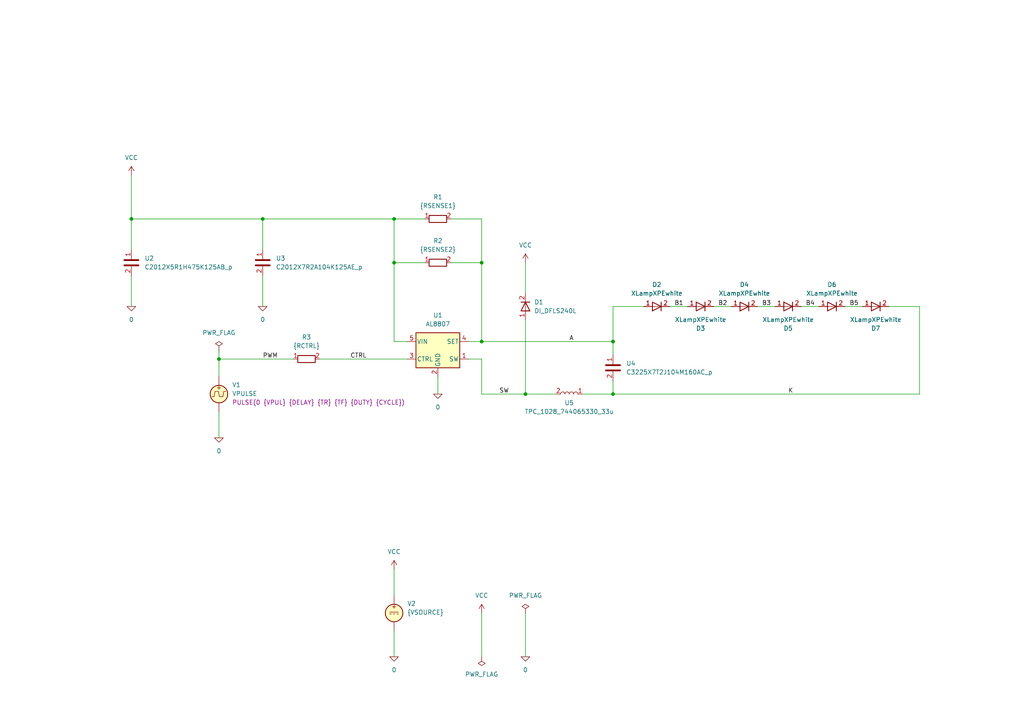
<source format=kicad_sch>
(kicad_sch
	(version 20231120)
	(generator "eeschema")
	(generator_version "8.0")
	(uuid "f85b8705-4960-4d3d-beaf-d8285901795c")
	(paper "A4")
	(title_block
		(title "High efficiency low 36V/1A buck led driver. XP-E white.")
		(date "2024-11-04")
		(rev "2")
		(company "astroelectronic@")
		(comment 1 "-")
		(comment 2 "-")
		(comment 3 "-")
		(comment 4 "AE01003807")
	)
	(lib_symbols
		(symbol "AL8807:0"
			(power)
			(pin_names
				(offset 0)
			)
			(exclude_from_sim no)
			(in_bom yes)
			(on_board yes)
			(property "Reference" "#GND"
				(at 0 -2.54 0)
				(effects
					(font
						(size 1.27 1.27)
					)
					(hide yes)
				)
			)
			(property "Value" "0"
				(at 0 -1.778 0)
				(effects
					(font
						(size 1.27 1.27)
					)
				)
			)
			(property "Footprint" ""
				(at 0 0 0)
				(effects
					(font
						(size 1.27 1.27)
					)
					(hide yes)
				)
			)
			(property "Datasheet" "~"
				(at 0 0 0)
				(effects
					(font
						(size 1.27 1.27)
					)
					(hide yes)
				)
			)
			(property "Description" "0V reference potential for simulation"
				(at 0 0 0)
				(effects
					(font
						(size 1.27 1.27)
					)
					(hide yes)
				)
			)
			(property "ki_keywords" "simulation"
				(at 0 0 0)
				(effects
					(font
						(size 1.27 1.27)
					)
					(hide yes)
				)
			)
			(symbol "0_0_1"
				(polyline
					(pts
						(xy -1.27 0) (xy 0 -1.27) (xy 1.27 0) (xy -1.27 0)
					)
					(stroke
						(width 0)
						(type default)
					)
					(fill
						(type none)
					)
				)
			)
			(symbol "0_1_1"
				(pin power_in line
					(at 0 0 0)
					(length 0) hide
					(name "0"
						(effects
							(font
								(size 1.016 1.016)
							)
						)
					)
					(number "1"
						(effects
							(font
								(size 1.016 1.016)
							)
						)
					)
				)
			)
		)
		(symbol "AL8807:AL8807"
			(pin_names
				(offset 0.254)
			)
			(exclude_from_sim no)
			(in_bom yes)
			(on_board yes)
			(property "Reference" "U"
				(at -5.08 6.35 0)
				(effects
					(font
						(size 1.27 1.27)
					)
				)
			)
			(property "Value" "AL8807"
				(at 5.08 6.35 0)
				(effects
					(font
						(size 1.27 1.27)
					)
				)
			)
			(property "Footprint" ""
				(at 1.27 -6.35 0)
				(effects
					(font
						(size 1.27 1.27)
						(italic yes)
					)
					(justify left)
					(hide yes)
				)
			)
			(property "Datasheet" "https://www.diodes.com/assets/Datasheets/products_inactive_data/AL8807.pdf"
				(at 0 0 0)
				(effects
					(font
						(size 1.27 1.27)
					)
					(hide yes)
				)
			)
			(property "Description" "High efficiency low 36V/1A buck led driver."
				(at 0 0 0)
				(effects
					(font
						(size 1.27 1.27)
					)
					(hide yes)
				)
			)
			(property "ki_keywords" "Switching LED driver. Simmodel."
				(at 0 0 0)
				(effects
					(font
						(size 1.27 1.27)
					)
					(hide yes)
				)
			)
			(property "ki_fp_filters" "SOT?89*"
				(at 0 0 0)
				(effects
					(font
						(size 1.27 1.27)
					)
					(hide yes)
				)
			)
			(symbol "AL8807_0_1"
				(rectangle
					(start -6.35 5.08)
					(end 6.35 -5.08)
					(stroke
						(width 0.254)
						(type default)
					)
					(fill
						(type background)
					)
				)
			)
			(symbol "AL8807_1_1"
				(pin passive line
					(at 8.89 -2.54 180)
					(length 2.54)
					(name "SW"
						(effects
							(font
								(size 1.27 1.27)
							)
						)
					)
					(number "1"
						(effects
							(font
								(size 1.27 1.27)
							)
						)
					)
				)
				(pin passive line
					(at 0 -7.62 90)
					(length 2.54)
					(name "GND"
						(effects
							(font
								(size 1.27 1.27)
							)
						)
					)
					(number "2"
						(effects
							(font
								(size 1.27 1.27)
							)
						)
					)
				)
				(pin passive line
					(at -8.89 -2.54 0)
					(length 2.54)
					(name "CTRL"
						(effects
							(font
								(size 1.27 1.27)
							)
						)
					)
					(number "3"
						(effects
							(font
								(size 1.27 1.27)
							)
						)
					)
				)
				(pin passive line
					(at 8.89 2.54 180)
					(length 2.54)
					(name "SET"
						(effects
							(font
								(size 1.27 1.27)
							)
						)
					)
					(number "4"
						(effects
							(font
								(size 1.27 1.27)
							)
						)
					)
				)
				(pin passive line
					(at -8.89 2.54 0)
					(length 2.54)
					(name "VIN"
						(effects
							(font
								(size 1.27 1.27)
							)
						)
					)
					(number "5"
						(effects
							(font
								(size 1.27 1.27)
							)
						)
					)
				)
			)
		)
		(symbol "AL8807:C"
			(pin_names
				(offset 0.254) hide)
			(exclude_from_sim no)
			(in_bom yes)
			(on_board yes)
			(property "Reference" "C"
				(at 0.635 2.54 0)
				(effects
					(font
						(size 1.27 1.27)
					)
					(justify left)
				)
			)
			(property "Value" "C"
				(at 0.635 -2.54 0)
				(effects
					(font
						(size 1.27 1.27)
					)
					(justify left)
				)
			)
			(property "Footprint" ""
				(at 0.9652 -3.81 0)
				(effects
					(font
						(size 1.27 1.27)
					)
					(hide yes)
				)
			)
			(property "Datasheet" "~"
				(at 0 0 0)
				(effects
					(font
						(size 1.27 1.27)
					)
					(hide yes)
				)
			)
			(property "Description" "Unpolarized capacitor"
				(at 0 0 0)
				(effects
					(font
						(size 1.27 1.27)
					)
					(hide yes)
				)
			)
			(property "ki_keywords" "cap capacitor"
				(at 0 0 0)
				(effects
					(font
						(size 1.27 1.27)
					)
					(hide yes)
				)
			)
			(property "ki_fp_filters" "C_*"
				(at 0 0 0)
				(effects
					(font
						(size 1.27 1.27)
					)
					(hide yes)
				)
			)
			(symbol "C_0_1"
				(polyline
					(pts
						(xy -2.032 -0.762) (xy 2.032 -0.762)
					)
					(stroke
						(width 0.508)
						(type default)
					)
					(fill
						(type none)
					)
				)
				(polyline
					(pts
						(xy -2.032 0.762) (xy 2.032 0.762)
					)
					(stroke
						(width 0.508)
						(type default)
					)
					(fill
						(type none)
					)
				)
			)
			(symbol "C_1_1"
				(pin passive line
					(at 0 3.81 270)
					(length 2.794)
					(name "~"
						(effects
							(font
								(size 1.27 1.27)
							)
						)
					)
					(number "1"
						(effects
							(font
								(size 1.27 1.27)
							)
						)
					)
				)
				(pin passive line
					(at 0 -3.81 90)
					(length 2.794)
					(name "~"
						(effects
							(font
								(size 1.27 1.27)
							)
						)
					)
					(number "2"
						(effects
							(font
								(size 1.27 1.27)
							)
						)
					)
				)
			)
		)
		(symbol "AL8807:DIODE"
			(pin_names
				(offset 1.016) hide)
			(exclude_from_sim no)
			(in_bom yes)
			(on_board yes)
			(property "Reference" "D"
				(at 0 2.54 0)
				(effects
					(font
						(size 1.27 1.27)
					)
				)
			)
			(property "Value" "${SIM.PARAMS}"
				(at 0 -2.54 0)
				(effects
					(font
						(size 1.27 1.27)
					)
				)
			)
			(property "Footprint" ""
				(at 0 0 0)
				(effects
					(font
						(size 1.27 1.27)
					)
					(hide yes)
				)
			)
			(property "Datasheet" "~"
				(at 0 0 0)
				(effects
					(font
						(size 1.27 1.27)
					)
					(hide yes)
				)
			)
			(property "Description" "Diode, anode on pin 1, for simulation only!"
				(at 0 0 0)
				(effects
					(font
						(size 1.27 1.27)
					)
					(hide yes)
				)
			)
			(property "Sim.Pins" "1=1 2=2"
				(at 0 0 0)
				(effects
					(font
						(size 1.27 1.27)
					)
					(hide yes)
				)
			)
			(property "Sim.Device" "SPICE"
				(at 0 0 0)
				(effects
					(font
						(size 1.27 1.27)
					)
					(justify left)
					(hide yes)
				)
			)
			(property "Sim.Params" "type=\"D\" model=\"DIODE\" lib=\"\""
				(at 0 0 0)
				(effects
					(font
						(size 1.27 1.27)
					)
					(hide yes)
				)
			)
			(property "Spice_Netlist_Enabled" "Y"
				(at 0 0 0)
				(effects
					(font
						(size 1.27 1.27)
					)
					(justify left)
					(hide yes)
				)
			)
			(property "ki_keywords" "simulation"
				(at 0 0 0)
				(effects
					(font
						(size 1.27 1.27)
					)
					(hide yes)
				)
			)
			(symbol "DIODE_0_1"
				(polyline
					(pts
						(xy 1.27 0) (xy -1.27 0)
					)
					(stroke
						(width 0)
						(type default)
					)
					(fill
						(type none)
					)
				)
				(polyline
					(pts
						(xy 1.27 1.27) (xy 1.27 -1.27)
					)
					(stroke
						(width 0.254)
						(type default)
					)
					(fill
						(type none)
					)
				)
				(polyline
					(pts
						(xy -1.27 -1.27) (xy -1.27 1.27) (xy 1.27 0) (xy -1.27 -1.27)
					)
					(stroke
						(width 0.254)
						(type default)
					)
					(fill
						(type none)
					)
				)
			)
			(symbol "DIODE_1_1"
				(pin passive line
					(at -3.81 0 0)
					(length 2.54)
					(name "A"
						(effects
							(font
								(size 1.27 1.27)
							)
						)
					)
					(number "1"
						(effects
							(font
								(size 1.27 1.27)
							)
						)
					)
				)
				(pin passive line
					(at 3.81 0 180)
					(length 2.54)
					(name "K"
						(effects
							(font
								(size 1.27 1.27)
							)
						)
					)
					(number "2"
						(effects
							(font
								(size 1.27 1.27)
							)
						)
					)
				)
			)
		)
		(symbol "AL8807:L"
			(pin_names
				(offset 1.016) hide)
			(exclude_from_sim no)
			(in_bom yes)
			(on_board yes)
			(property "Reference" "L"
				(at -1.27 0 90)
				(effects
					(font
						(size 1.27 1.27)
					)
				)
			)
			(property "Value" "L"
				(at 1.905 0 90)
				(effects
					(font
						(size 1.27 1.27)
					)
				)
			)
			(property "Footprint" ""
				(at 0 0 0)
				(effects
					(font
						(size 1.27 1.27)
					)
					(hide yes)
				)
			)
			(property "Datasheet" "~"
				(at 0 0 0)
				(effects
					(font
						(size 1.27 1.27)
					)
					(hide yes)
				)
			)
			(property "Description" "Inductor"
				(at 0 0 0)
				(effects
					(font
						(size 1.27 1.27)
					)
					(hide yes)
				)
			)
			(property "ki_keywords" "inductor choke coil reactor magnetic"
				(at 0 0 0)
				(effects
					(font
						(size 1.27 1.27)
					)
					(hide yes)
				)
			)
			(property "ki_fp_filters" "Choke_* *Coil* Inductor_* L_*"
				(at 0 0 0)
				(effects
					(font
						(size 1.27 1.27)
					)
					(hide yes)
				)
			)
			(symbol "L_0_1"
				(arc
					(start 0 -2.54)
					(mid 0.6323 -1.905)
					(end 0 -1.27)
					(stroke
						(width 0)
						(type default)
					)
					(fill
						(type none)
					)
				)
				(arc
					(start 0 -1.27)
					(mid 0.6323 -0.635)
					(end 0 0)
					(stroke
						(width 0)
						(type default)
					)
					(fill
						(type none)
					)
				)
				(arc
					(start 0 0)
					(mid 0.6323 0.635)
					(end 0 1.27)
					(stroke
						(width 0)
						(type default)
					)
					(fill
						(type none)
					)
				)
				(arc
					(start 0 1.27)
					(mid 0.6323 1.905)
					(end 0 2.54)
					(stroke
						(width 0)
						(type default)
					)
					(fill
						(type none)
					)
				)
			)
			(symbol "L_1_1"
				(pin passive line
					(at 0 3.81 270)
					(length 1.27)
					(name "1"
						(effects
							(font
								(size 1.27 1.27)
							)
						)
					)
					(number "1"
						(effects
							(font
								(size 1.27 1.27)
							)
						)
					)
				)
				(pin passive line
					(at 0 -3.81 90)
					(length 1.27)
					(name "2"
						(effects
							(font
								(size 1.27 1.27)
							)
						)
					)
					(number "2"
						(effects
							(font
								(size 1.27 1.27)
							)
						)
					)
				)
			)
		)
		(symbol "AL8807:PWR_FLAG"
			(power)
			(pin_numbers hide)
			(pin_names
				(offset 0) hide)
			(exclude_from_sim no)
			(in_bom yes)
			(on_board yes)
			(property "Reference" "#FLG"
				(at 0 1.905 0)
				(effects
					(font
						(size 1.27 1.27)
					)
					(hide yes)
				)
			)
			(property "Value" "PWR_FLAG"
				(at 0 3.81 0)
				(effects
					(font
						(size 1.27 1.27)
					)
				)
			)
			(property "Footprint" ""
				(at 0 0 0)
				(effects
					(font
						(size 1.27 1.27)
					)
					(hide yes)
				)
			)
			(property "Datasheet" "~"
				(at 0 0 0)
				(effects
					(font
						(size 1.27 1.27)
					)
					(hide yes)
				)
			)
			(property "Description" "Special symbol for telling ERC where power comes from"
				(at 0 0 0)
				(effects
					(font
						(size 1.27 1.27)
					)
					(hide yes)
				)
			)
			(property "ki_keywords" "flag power"
				(at 0 0 0)
				(effects
					(font
						(size 1.27 1.27)
					)
					(hide yes)
				)
			)
			(symbol "PWR_FLAG_0_0"
				(pin power_out line
					(at 0 0 90)
					(length 0)
					(name "pwr"
						(effects
							(font
								(size 1.27 1.27)
							)
						)
					)
					(number "1"
						(effects
							(font
								(size 1.27 1.27)
							)
						)
					)
				)
			)
			(symbol "PWR_FLAG_0_1"
				(polyline
					(pts
						(xy 0 0) (xy 0 1.27) (xy -1.016 1.905) (xy 0 2.54) (xy 1.016 1.905) (xy 0 1.27)
					)
					(stroke
						(width 0)
						(type default)
					)
					(fill
						(type none)
					)
				)
			)
		)
		(symbol "AL8807:R"
			(pin_names
				(offset 0) hide)
			(exclude_from_sim no)
			(in_bom yes)
			(on_board yes)
			(property "Reference" "R"
				(at 2.032 0 90)
				(effects
					(font
						(size 1.27 1.27)
					)
				)
			)
			(property "Value" "R"
				(at 0 0 90)
				(effects
					(font
						(size 1.27 1.27)
					)
				)
			)
			(property "Footprint" ""
				(at -1.778 0 90)
				(effects
					(font
						(size 1.27 1.27)
					)
					(hide yes)
				)
			)
			(property "Datasheet" "~"
				(at 0 0 0)
				(effects
					(font
						(size 1.27 1.27)
					)
					(hide yes)
				)
			)
			(property "Description" "Resistor"
				(at 0 0 0)
				(effects
					(font
						(size 1.27 1.27)
					)
					(hide yes)
				)
			)
			(property "ki_keywords" "R res resistor"
				(at 0 0 0)
				(effects
					(font
						(size 1.27 1.27)
					)
					(hide yes)
				)
			)
			(property "ki_fp_filters" "R_*"
				(at 0 0 0)
				(effects
					(font
						(size 1.27 1.27)
					)
					(hide yes)
				)
			)
			(symbol "R_0_1"
				(rectangle
					(start -1.016 -2.54)
					(end 1.016 2.54)
					(stroke
						(width 0.254)
						(type default)
					)
					(fill
						(type none)
					)
				)
			)
			(symbol "R_1_1"
				(pin passive line
					(at 0 3.81 270)
					(length 1.27)
					(name "~"
						(effects
							(font
								(size 1.27 1.27)
							)
						)
					)
					(number "1"
						(effects
							(font
								(size 1.27 1.27)
							)
						)
					)
				)
				(pin passive line
					(at 0 -3.81 90)
					(length 1.27)
					(name "~"
						(effects
							(font
								(size 1.27 1.27)
							)
						)
					)
					(number "2"
						(effects
							(font
								(size 1.27 1.27)
							)
						)
					)
				)
			)
		)
		(symbol "AL8807:VCC"
			(power)
			(pin_names
				(offset 0)
			)
			(exclude_from_sim no)
			(in_bom yes)
			(on_board yes)
			(property "Reference" "#PWR"
				(at 0 -3.81 0)
				(effects
					(font
						(size 1.27 1.27)
					)
					(hide yes)
				)
			)
			(property "Value" "VCC"
				(at 0 3.81 0)
				(effects
					(font
						(size 1.27 1.27)
					)
				)
			)
			(property "Footprint" ""
				(at 0 0 0)
				(effects
					(font
						(size 1.27 1.27)
					)
					(hide yes)
				)
			)
			(property "Datasheet" ""
				(at 0 0 0)
				(effects
					(font
						(size 1.27 1.27)
					)
					(hide yes)
				)
			)
			(property "Description" "Power symbol creates a global label with name \"VCC\""
				(at 0 0 0)
				(effects
					(font
						(size 1.27 1.27)
					)
					(hide yes)
				)
			)
			(property "ki_keywords" "global power"
				(at 0 0 0)
				(effects
					(font
						(size 1.27 1.27)
					)
					(hide yes)
				)
			)
			(symbol "VCC_0_1"
				(polyline
					(pts
						(xy -0.762 1.27) (xy 0 2.54)
					)
					(stroke
						(width 0)
						(type default)
					)
					(fill
						(type none)
					)
				)
				(polyline
					(pts
						(xy 0 0) (xy 0 2.54)
					)
					(stroke
						(width 0)
						(type default)
					)
					(fill
						(type none)
					)
				)
				(polyline
					(pts
						(xy 0 2.54) (xy 0.762 1.27)
					)
					(stroke
						(width 0)
						(type default)
					)
					(fill
						(type none)
					)
				)
			)
			(symbol "VCC_1_1"
				(pin power_in line
					(at 0 0 90)
					(length 0) hide
					(name "VCC"
						(effects
							(font
								(size 1.27 1.27)
							)
						)
					)
					(number "1"
						(effects
							(font
								(size 1.27 1.27)
							)
						)
					)
				)
			)
		)
		(symbol "AL8807:VDC"
			(pin_numbers hide)
			(pin_names
				(offset 0.0254)
			)
			(exclude_from_sim no)
			(in_bom yes)
			(on_board yes)
			(property "Reference" "V"
				(at 2.54 2.54 0)
				(effects
					(font
						(size 1.27 1.27)
					)
					(justify left)
				)
			)
			(property "Value" "1"
				(at 2.54 0 0)
				(effects
					(font
						(size 1.27 1.27)
					)
					(justify left)
				)
			)
			(property "Footprint" ""
				(at 0 0 0)
				(effects
					(font
						(size 1.27 1.27)
					)
					(hide yes)
				)
			)
			(property "Datasheet" "~"
				(at 0 0 0)
				(effects
					(font
						(size 1.27 1.27)
					)
					(hide yes)
				)
			)
			(property "Description" "Voltage source, DC"
				(at 0 0 0)
				(effects
					(font
						(size 1.27 1.27)
					)
					(hide yes)
				)
			)
			(property "Sim.Pins" "1=+ 2=-"
				(at 0 0 0)
				(effects
					(font
						(size 1.27 1.27)
					)
					(hide yes)
				)
			)
			(property "Sim.Type" "DC"
				(at 0 0 0)
				(effects
					(font
						(size 1.27 1.27)
					)
					(hide yes)
				)
			)
			(property "Sim.Device" "V"
				(at 0 0 0)
				(effects
					(font
						(size 1.27 1.27)
					)
					(justify left)
					(hide yes)
				)
			)
			(property "Spice_Netlist_Enabled" "Y"
				(at 0 0 0)
				(effects
					(font
						(size 1.27 1.27)
					)
					(justify left)
					(hide yes)
				)
			)
			(property "ki_keywords" "simulation"
				(at 0 0 0)
				(effects
					(font
						(size 1.27 1.27)
					)
					(hide yes)
				)
			)
			(symbol "VDC_0_0"
				(polyline
					(pts
						(xy -1.27 0.254) (xy 1.27 0.254)
					)
					(stroke
						(width 0)
						(type default)
					)
					(fill
						(type none)
					)
				)
				(polyline
					(pts
						(xy -0.762 -0.254) (xy -1.27 -0.254)
					)
					(stroke
						(width 0)
						(type default)
					)
					(fill
						(type none)
					)
				)
				(polyline
					(pts
						(xy 0.254 -0.254) (xy -0.254 -0.254)
					)
					(stroke
						(width 0)
						(type default)
					)
					(fill
						(type none)
					)
				)
				(polyline
					(pts
						(xy 1.27 -0.254) (xy 0.762 -0.254)
					)
					(stroke
						(width 0)
						(type default)
					)
					(fill
						(type none)
					)
				)
				(text "+"
					(at 0 1.905 0)
					(effects
						(font
							(size 1.27 1.27)
						)
					)
				)
			)
			(symbol "VDC_0_1"
				(circle
					(center 0 0)
					(radius 2.54)
					(stroke
						(width 0.254)
						(type default)
					)
					(fill
						(type background)
					)
				)
			)
			(symbol "VDC_1_1"
				(pin passive line
					(at 0 5.08 270)
					(length 2.54)
					(name "~"
						(effects
							(font
								(size 1.27 1.27)
							)
						)
					)
					(number "1"
						(effects
							(font
								(size 1.27 1.27)
							)
						)
					)
				)
				(pin passive line
					(at 0 -5.08 90)
					(length 2.54)
					(name "~"
						(effects
							(font
								(size 1.27 1.27)
							)
						)
					)
					(number "2"
						(effects
							(font
								(size 1.27 1.27)
							)
						)
					)
				)
			)
		)
		(symbol "AL8807:VPULSE"
			(pin_numbers hide)
			(pin_names
				(offset 0.0254)
			)
			(exclude_from_sim no)
			(in_bom yes)
			(on_board yes)
			(property "Reference" "V"
				(at 2.54 2.54 0)
				(effects
					(font
						(size 1.27 1.27)
					)
					(justify left)
				)
			)
			(property "Value" "VPULSE"
				(at 2.54 0 0)
				(effects
					(font
						(size 1.27 1.27)
					)
					(justify left)
				)
			)
			(property "Footprint" ""
				(at 0 0 0)
				(effects
					(font
						(size 1.27 1.27)
					)
					(hide yes)
				)
			)
			(property "Datasheet" "~"
				(at 0 0 0)
				(effects
					(font
						(size 1.27 1.27)
					)
					(hide yes)
				)
			)
			(property "Description" "Voltage source, pulse"
				(at 0 0 0)
				(effects
					(font
						(size 1.27 1.27)
					)
					(hide yes)
				)
			)
			(property "Sim.Pins" "1=+ 2=-"
				(at 0 0 0)
				(effects
					(font
						(size 1.27 1.27)
					)
					(hide yes)
				)
			)
			(property "Sim.Type" "PULSE"
				(at 0 0 0)
				(effects
					(font
						(size 1.27 1.27)
					)
					(hide yes)
				)
			)
			(property "Sim.Device" "V"
				(at 0 0 0)
				(effects
					(font
						(size 1.27 1.27)
					)
					(justify left)
					(hide yes)
				)
			)
			(property "Sim.Params" "y1=0 y2=1 td=2n tr=2n tf=2n tw=50n per=100n"
				(at 2.54 -2.54 0)
				(effects
					(font
						(size 1.27 1.27)
					)
					(justify left)
				)
			)
			(property "Spice_Netlist_Enabled" "Y"
				(at 0 0 0)
				(effects
					(font
						(size 1.27 1.27)
					)
					(justify left)
					(hide yes)
				)
			)
			(property "ki_keywords" "simulation"
				(at 0 0 0)
				(effects
					(font
						(size 1.27 1.27)
					)
					(hide yes)
				)
			)
			(symbol "VPULSE_0_0"
				(polyline
					(pts
						(xy -2.032 -0.762) (xy -1.397 -0.762) (xy -1.143 0.762) (xy -0.127 0.762) (xy 0.127 -0.762) (xy 1.143 -0.762)
						(xy 1.397 0.762) (xy 2.032 0.762)
					)
					(stroke
						(width 0)
						(type default)
					)
					(fill
						(type none)
					)
				)
				(text "+"
					(at 0 1.905 0)
					(effects
						(font
							(size 1.27 1.27)
						)
					)
				)
			)
			(symbol "VPULSE_0_1"
				(circle
					(center 0 0)
					(radius 2.54)
					(stroke
						(width 0.254)
						(type default)
					)
					(fill
						(type background)
					)
				)
			)
			(symbol "VPULSE_1_1"
				(pin passive line
					(at 0 5.08 270)
					(length 2.54)
					(name "~"
						(effects
							(font
								(size 1.27 1.27)
							)
						)
					)
					(number "1"
						(effects
							(font
								(size 1.27 1.27)
							)
						)
					)
				)
				(pin passive line
					(at 0 -5.08 90)
					(length 2.54)
					(name "~"
						(effects
							(font
								(size 1.27 1.27)
							)
						)
					)
					(number "2"
						(effects
							(font
								(size 1.27 1.27)
							)
						)
					)
				)
			)
		)
		(symbol "C_1"
			(pin_names
				(offset 0.254) hide)
			(exclude_from_sim no)
			(in_bom yes)
			(on_board yes)
			(property "Reference" "C"
				(at 0.635 2.54 0)
				(effects
					(font
						(size 1.27 1.27)
					)
					(justify left)
				)
			)
			(property "Value" "C_1"
				(at 0.635 -2.54 0)
				(effects
					(font
						(size 1.27 1.27)
					)
					(justify left)
				)
			)
			(property "Footprint" ""
				(at 0.9652 -3.81 0)
				(effects
					(font
						(size 1.27 1.27)
					)
					(hide yes)
				)
			)
			(property "Datasheet" "~"
				(at 0 0 0)
				(effects
					(font
						(size 1.27 1.27)
					)
					(hide yes)
				)
			)
			(property "Description" "Unpolarized capacitor"
				(at 0 0 0)
				(effects
					(font
						(size 1.27 1.27)
					)
					(hide yes)
				)
			)
			(property "ki_keywords" "cap capacitor"
				(at 0 0 0)
				(effects
					(font
						(size 1.27 1.27)
					)
					(hide yes)
				)
			)
			(property "ki_fp_filters" "C_*"
				(at 0 0 0)
				(effects
					(font
						(size 1.27 1.27)
					)
					(hide yes)
				)
			)
			(symbol "C_1_0_1"
				(polyline
					(pts
						(xy -2.032 -0.762) (xy 2.032 -0.762)
					)
					(stroke
						(width 0.508)
						(type default)
					)
					(fill
						(type none)
					)
				)
				(polyline
					(pts
						(xy -2.032 0.762) (xy 2.032 0.762)
					)
					(stroke
						(width 0.508)
						(type default)
					)
					(fill
						(type none)
					)
				)
			)
			(symbol "C_1_1_1"
				(pin passive line
					(at 0 3.81 270)
					(length 2.794)
					(name "~"
						(effects
							(font
								(size 1.27 1.27)
							)
						)
					)
					(number "1"
						(effects
							(font
								(size 1.27 1.27)
							)
						)
					)
				)
				(pin passive line
					(at 0 -3.81 90)
					(length 2.794)
					(name "~"
						(effects
							(font
								(size 1.27 1.27)
							)
						)
					)
					(number "2"
						(effects
							(font
								(size 1.27 1.27)
							)
						)
					)
				)
			)
		)
		(symbol "C_2"
			(pin_names
				(offset 0.254) hide)
			(exclude_from_sim no)
			(in_bom yes)
			(on_board yes)
			(property "Reference" "C"
				(at 0.635 2.54 0)
				(effects
					(font
						(size 1.27 1.27)
					)
					(justify left)
				)
			)
			(property "Value" "C_2"
				(at 0.635 -2.54 0)
				(effects
					(font
						(size 1.27 1.27)
					)
					(justify left)
				)
			)
			(property "Footprint" ""
				(at 0.9652 -3.81 0)
				(effects
					(font
						(size 1.27 1.27)
					)
					(hide yes)
				)
			)
			(property "Datasheet" "~"
				(at 0 0 0)
				(effects
					(font
						(size 1.27 1.27)
					)
					(hide yes)
				)
			)
			(property "Description" "Unpolarized capacitor"
				(at 0 0 0)
				(effects
					(font
						(size 1.27 1.27)
					)
					(hide yes)
				)
			)
			(property "ki_keywords" "cap capacitor"
				(at 0 0 0)
				(effects
					(font
						(size 1.27 1.27)
					)
					(hide yes)
				)
			)
			(property "ki_fp_filters" "C_*"
				(at 0 0 0)
				(effects
					(font
						(size 1.27 1.27)
					)
					(hide yes)
				)
			)
			(symbol "C_2_0_1"
				(polyline
					(pts
						(xy -2.032 -0.762) (xy 2.032 -0.762)
					)
					(stroke
						(width 0.508)
						(type default)
					)
					(fill
						(type none)
					)
				)
				(polyline
					(pts
						(xy -2.032 0.762) (xy 2.032 0.762)
					)
					(stroke
						(width 0.508)
						(type default)
					)
					(fill
						(type none)
					)
				)
			)
			(symbol "C_2_1_1"
				(pin passive line
					(at 0 3.81 270)
					(length 2.794)
					(name "~"
						(effects
							(font
								(size 1.27 1.27)
							)
						)
					)
					(number "1"
						(effects
							(font
								(size 1.27 1.27)
							)
						)
					)
				)
				(pin passive line
					(at 0 -3.81 90)
					(length 2.794)
					(name "~"
						(effects
							(font
								(size 1.27 1.27)
							)
						)
					)
					(number "2"
						(effects
							(font
								(size 1.27 1.27)
							)
						)
					)
				)
			)
		)
		(symbol "DIODE_1"
			(pin_names
				(offset 1.016) hide)
			(exclude_from_sim no)
			(in_bom yes)
			(on_board yes)
			(property "Reference" "D"
				(at 0 2.54 0)
				(effects
					(font
						(size 1.27 1.27)
					)
				)
			)
			(property "Value" "${SIM.PARAMS}"
				(at 0 -2.54 0)
				(effects
					(font
						(size 1.27 1.27)
					)
				)
			)
			(property "Footprint" ""
				(at 0 0 0)
				(effects
					(font
						(size 1.27 1.27)
					)
					(hide yes)
				)
			)
			(property "Datasheet" "~"
				(at 0 0 0)
				(effects
					(font
						(size 1.27 1.27)
					)
					(hide yes)
				)
			)
			(property "Description" "Diode, anode on pin 1, for simulation only!"
				(at 0 0 0)
				(effects
					(font
						(size 1.27 1.27)
					)
					(hide yes)
				)
			)
			(property "Sim.Pins" "1=1 2=2"
				(at 0 0 0)
				(effects
					(font
						(size 1.27 1.27)
					)
					(hide yes)
				)
			)
			(property "Sim.Device" "SPICE"
				(at 0 0 0)
				(effects
					(font
						(size 1.27 1.27)
					)
					(justify left)
					(hide yes)
				)
			)
			(property "Sim.Params" "type=\"D\" model=\"DIODE_1\" lib=\"\""
				(at 0 0 0)
				(effects
					(font
						(size 1.27 1.27)
					)
					(hide yes)
				)
			)
			(property "Spice_Netlist_Enabled" "Y"
				(at 0 0 0)
				(effects
					(font
						(size 1.27 1.27)
					)
					(justify left)
					(hide yes)
				)
			)
			(property "ki_keywords" "simulation"
				(at 0 0 0)
				(effects
					(font
						(size 1.27 1.27)
					)
					(hide yes)
				)
			)
			(symbol "DIODE_1_0_1"
				(polyline
					(pts
						(xy 1.27 0) (xy -1.27 0)
					)
					(stroke
						(width 0)
						(type default)
					)
					(fill
						(type none)
					)
				)
				(polyline
					(pts
						(xy 1.27 1.27) (xy 1.27 -1.27)
					)
					(stroke
						(width 0.254)
						(type default)
					)
					(fill
						(type none)
					)
				)
				(polyline
					(pts
						(xy -1.27 -1.27) (xy -1.27 1.27) (xy 1.27 0) (xy -1.27 -1.27)
					)
					(stroke
						(width 0.254)
						(type default)
					)
					(fill
						(type none)
					)
				)
			)
			(symbol "DIODE_1_1_1"
				(pin passive line
					(at -3.81 0 0)
					(length 2.54)
					(name "A"
						(effects
							(font
								(size 1.27 1.27)
							)
						)
					)
					(number "1"
						(effects
							(font
								(size 1.27 1.27)
							)
						)
					)
				)
				(pin passive line
					(at 3.81 0 180)
					(length 2.54)
					(name "K"
						(effects
							(font
								(size 1.27 1.27)
							)
						)
					)
					(number "2"
						(effects
							(font
								(size 1.27 1.27)
							)
						)
					)
				)
			)
		)
		(symbol "DIODE_1_5"
			(pin_names
				(offset 1.016) hide)
			(exclude_from_sim no)
			(in_bom yes)
			(on_board yes)
			(property "Reference" "D"
				(at 0 2.54 0)
				(effects
					(font
						(size 1.27 1.27)
					)
				)
			)
			(property "Value" "${SIM.PARAMS}"
				(at 0 -2.54 0)
				(effects
					(font
						(size 1.27 1.27)
					)
				)
			)
			(property "Footprint" ""
				(at 0 0 0)
				(effects
					(font
						(size 1.27 1.27)
					)
					(hide yes)
				)
			)
			(property "Datasheet" "~"
				(at 0 0 0)
				(effects
					(font
						(size 1.27 1.27)
					)
					(hide yes)
				)
			)
			(property "Description" "Diode, anode on pin 1, for simulation only!"
				(at 0 0 0)
				(effects
					(font
						(size 1.27 1.27)
					)
					(hide yes)
				)
			)
			(property "Sim.Pins" "1=1 2=2"
				(at 0 0 0)
				(effects
					(font
						(size 1.27 1.27)
					)
					(hide yes)
				)
			)
			(property "Sim.Device" "SPICE"
				(at 0 0 0)
				(effects
					(font
						(size 1.27 1.27)
					)
					(justify left)
					(hide yes)
				)
			)
			(property "Sim.Params" "type=\"D\" model=\"DIODE_1\" lib=\"\""
				(at 0 0 0)
				(effects
					(font
						(size 1.27 1.27)
					)
					(hide yes)
				)
			)
			(property "Spice_Netlist_Enabled" "Y"
				(at 0 0 0)
				(effects
					(font
						(size 1.27 1.27)
					)
					(justify left)
					(hide yes)
				)
			)
			(property "ki_keywords" "simulation"
				(at 0 0 0)
				(effects
					(font
						(size 1.27 1.27)
					)
					(hide yes)
				)
			)
			(symbol "DIODE_1_5_0_1"
				(polyline
					(pts
						(xy 1.27 0) (xy -1.27 0)
					)
					(stroke
						(width 0)
						(type default)
					)
					(fill
						(type none)
					)
				)
				(polyline
					(pts
						(xy 1.27 1.27) (xy 1.27 -1.27)
					)
					(stroke
						(width 0.254)
						(type default)
					)
					(fill
						(type none)
					)
				)
				(polyline
					(pts
						(xy -1.27 -1.27) (xy -1.27 1.27) (xy 1.27 0) (xy -1.27 -1.27)
					)
					(stroke
						(width 0.254)
						(type default)
					)
					(fill
						(type none)
					)
				)
			)
			(symbol "DIODE_1_5_1_1"
				(pin passive line
					(at -3.81 0 0)
					(length 2.54)
					(name "A"
						(effects
							(font
								(size 1.27 1.27)
							)
						)
					)
					(number "1"
						(effects
							(font
								(size 1.27 1.27)
							)
						)
					)
				)
				(pin passive line
					(at 3.81 0 180)
					(length 2.54)
					(name "K"
						(effects
							(font
								(size 1.27 1.27)
							)
						)
					)
					(number "2"
						(effects
							(font
								(size 1.27 1.27)
							)
						)
					)
				)
			)
		)
		(symbol "R_1"
			(pin_names
				(offset 0) hide)
			(exclude_from_sim no)
			(in_bom yes)
			(on_board yes)
			(property "Reference" "R"
				(at 2.032 0 90)
				(effects
					(font
						(size 1.27 1.27)
					)
				)
			)
			(property "Value" "R_1"
				(at 0 0 90)
				(effects
					(font
						(size 1.27 1.27)
					)
				)
			)
			(property "Footprint" ""
				(at -1.778 0 90)
				(effects
					(font
						(size 1.27 1.27)
					)
					(hide yes)
				)
			)
			(property "Datasheet" "~"
				(at 0 0 0)
				(effects
					(font
						(size 1.27 1.27)
					)
					(hide yes)
				)
			)
			(property "Description" "Resistor"
				(at 0 0 0)
				(effects
					(font
						(size 1.27 1.27)
					)
					(hide yes)
				)
			)
			(property "ki_keywords" "R res resistor"
				(at 0 0 0)
				(effects
					(font
						(size 1.27 1.27)
					)
					(hide yes)
				)
			)
			(property "ki_fp_filters" "R_*"
				(at 0 0 0)
				(effects
					(font
						(size 1.27 1.27)
					)
					(hide yes)
				)
			)
			(symbol "R_1_0_1"
				(rectangle
					(start -1.016 -2.54)
					(end 1.016 2.54)
					(stroke
						(width 0.254)
						(type default)
					)
					(fill
						(type none)
					)
				)
			)
			(symbol "R_1_1_1"
				(pin passive line
					(at 0 3.81 270)
					(length 1.27)
					(name "~"
						(effects
							(font
								(size 1.27 1.27)
							)
						)
					)
					(number "1"
						(effects
							(font
								(size 1.27 1.27)
							)
						)
					)
				)
				(pin passive line
					(at 0 -3.81 90)
					(length 1.27)
					(name "~"
						(effects
							(font
								(size 1.27 1.27)
							)
						)
					)
					(number "2"
						(effects
							(font
								(size 1.27 1.27)
							)
						)
					)
				)
			)
		)
		(symbol "R_2"
			(pin_names
				(offset 0) hide)
			(exclude_from_sim no)
			(in_bom yes)
			(on_board yes)
			(property "Reference" "R"
				(at 2.032 0 90)
				(effects
					(font
						(size 1.27 1.27)
					)
				)
			)
			(property "Value" "R_2"
				(at 0 0 90)
				(effects
					(font
						(size 1.27 1.27)
					)
				)
			)
			(property "Footprint" ""
				(at -1.778 0 90)
				(effects
					(font
						(size 1.27 1.27)
					)
					(hide yes)
				)
			)
			(property "Datasheet" "~"
				(at 0 0 0)
				(effects
					(font
						(size 1.27 1.27)
					)
					(hide yes)
				)
			)
			(property "Description" "Resistor"
				(at 0 0 0)
				(effects
					(font
						(size 1.27 1.27)
					)
					(hide yes)
				)
			)
			(property "ki_keywords" "R res resistor"
				(at 0 0 0)
				(effects
					(font
						(size 1.27 1.27)
					)
					(hide yes)
				)
			)
			(property "ki_fp_filters" "R_*"
				(at 0 0 0)
				(effects
					(font
						(size 1.27 1.27)
					)
					(hide yes)
				)
			)
			(symbol "R_2_0_1"
				(rectangle
					(start -1.016 -2.54)
					(end 1.016 2.54)
					(stroke
						(width 0.254)
						(type default)
					)
					(fill
						(type none)
					)
				)
			)
			(symbol "R_2_1_1"
				(pin passive line
					(at 0 3.81 270)
					(length 1.27)
					(name "~"
						(effects
							(font
								(size 1.27 1.27)
							)
						)
					)
					(number "1"
						(effects
							(font
								(size 1.27 1.27)
							)
						)
					)
				)
				(pin passive line
					(at 0 -3.81 90)
					(length 1.27)
					(name "~"
						(effects
							(font
								(size 1.27 1.27)
							)
						)
					)
					(number "2"
						(effects
							(font
								(size 1.27 1.27)
							)
						)
					)
				)
			)
		)
	)
	(junction
		(at 76.2 63.5)
		(diameter 0)
		(color 0 0 0 0)
		(uuid "021ad581-bfe1-4f2c-a043-dc783413eddc")
	)
	(junction
		(at 38.1 63.5)
		(diameter 0)
		(color 0 0 0 0)
		(uuid "168e370b-8e8f-4d77-9f78-7c59b4b1d7d1")
	)
	(junction
		(at 152.4 114.3)
		(diameter 0)
		(color 0 0 0 0)
		(uuid "97a9322c-c719-4fa2-b087-e0296589810d")
	)
	(junction
		(at 139.7 99.06)
		(diameter 0)
		(color 0 0 0 0)
		(uuid "a1278c37-8b41-43aa-8d78-9d5445827647")
	)
	(junction
		(at 177.8 114.3)
		(diameter 0)
		(color 0 0 0 0)
		(uuid "a2c8bb26-9b3c-46b8-8114-d8dfa0ed7cd2")
	)
	(junction
		(at 63.5 104.14)
		(diameter 0)
		(color 0 0 0 0)
		(uuid "a61fea71-4793-44c3-9e50-bcd603af9b06")
	)
	(junction
		(at 139.7 76.2)
		(diameter 0)
		(color 0 0 0 0)
		(uuid "b8c69e57-ef3d-489f-baf7-6becb50618c2")
	)
	(junction
		(at 177.8 99.06)
		(diameter 0)
		(color 0 0 0 0)
		(uuid "c557911c-5ee5-435e-b04a-508b321478dd")
	)
	(junction
		(at 114.3 63.5)
		(diameter 0)
		(color 0 0 0 0)
		(uuid "d1f0b821-1aac-422e-b137-a38526192b5c")
	)
	(junction
		(at 114.3 76.2)
		(diameter 0)
		(color 0 0 0 0)
		(uuid "e5a9238f-d204-4063-b2c2-b19b96e79781")
	)
	(wire
		(pts
			(xy 139.7 76.2) (xy 130.81 76.2)
		)
		(stroke
			(width 0)
			(type default)
		)
		(uuid "01c7e703-32dd-490c-ab27-ef28c4a8f987")
	)
	(wire
		(pts
			(xy 177.8 99.06) (xy 177.8 88.9)
		)
		(stroke
			(width 0)
			(type default)
		)
		(uuid "07e9ed99-5315-4f11-88f8-3b0e77b62a09")
	)
	(wire
		(pts
			(xy 168.91 114.3) (xy 177.8 114.3)
		)
		(stroke
			(width 0)
			(type default)
		)
		(uuid "0aa8e3b0-d0fa-4450-95b4-568e3f7b024d")
	)
	(wire
		(pts
			(xy 152.4 177.8) (xy 152.4 190.5)
		)
		(stroke
			(width 0)
			(type default)
		)
		(uuid "0f720556-4d91-446a-8c28-ddebdeaba64a")
	)
	(wire
		(pts
			(xy 139.7 63.5) (xy 139.7 76.2)
		)
		(stroke
			(width 0)
			(type default)
		)
		(uuid "11b85482-d407-46d2-a0f4-c6c60a2ae39d")
	)
	(wire
		(pts
			(xy 38.1 63.5) (xy 38.1 72.39)
		)
		(stroke
			(width 0)
			(type default)
		)
		(uuid "2018f8e2-47e6-40ef-804a-941edea97886")
	)
	(wire
		(pts
			(xy 127 109.22) (xy 127 114.3)
		)
		(stroke
			(width 0)
			(type default)
		)
		(uuid "20e3603a-e89c-48aa-9f6e-77620c03d598")
	)
	(wire
		(pts
			(xy 38.1 50.8) (xy 38.1 63.5)
		)
		(stroke
			(width 0)
			(type default)
		)
		(uuid "2dfe437d-9ab4-4326-a69c-036821b7fc85")
	)
	(wire
		(pts
			(xy 76.2 63.5) (xy 114.3 63.5)
		)
		(stroke
			(width 0)
			(type default)
		)
		(uuid "2f417abd-ca4e-4ba2-b68d-cc53bfb478e9")
	)
	(wire
		(pts
			(xy 139.7 99.06) (xy 139.7 76.2)
		)
		(stroke
			(width 0)
			(type default)
		)
		(uuid "3431784f-484c-4f01-b32e-545b7b2e3c51")
	)
	(wire
		(pts
			(xy 194.31 88.9) (xy 199.39 88.9)
		)
		(stroke
			(width 0)
			(type default)
		)
		(uuid "3a15cffc-ee50-4b90-9348-d4ce251b4c9a")
	)
	(wire
		(pts
			(xy 114.3 99.06) (xy 114.3 76.2)
		)
		(stroke
			(width 0)
			(type default)
		)
		(uuid "429d9ea5-3da2-4c1b-8e1a-25dc7344d03b")
	)
	(wire
		(pts
			(xy 38.1 80.01) (xy 38.1 88.9)
		)
		(stroke
			(width 0)
			(type default)
		)
		(uuid "4a3fd225-4a2f-4a6d-b982-33280ab9804a")
	)
	(wire
		(pts
			(xy 177.8 99.06) (xy 177.8 102.87)
		)
		(stroke
			(width 0)
			(type default)
		)
		(uuid "4db8a0b0-3529-48d5-85c8-d1f3b4d660e1")
	)
	(wire
		(pts
			(xy 152.4 92.71) (xy 152.4 114.3)
		)
		(stroke
			(width 0)
			(type default)
		)
		(uuid "58efe5d2-0977-477f-85dc-a2b9e758ee43")
	)
	(wire
		(pts
			(xy 177.8 88.9) (xy 186.69 88.9)
		)
		(stroke
			(width 0)
			(type default)
		)
		(uuid "650f20fc-eab0-4be3-9f5d-fd1322775259")
	)
	(wire
		(pts
			(xy 177.8 110.49) (xy 177.8 114.3)
		)
		(stroke
			(width 0)
			(type default)
		)
		(uuid "6a432b4a-0a63-4dac-a6e5-9e35a3606e04")
	)
	(wire
		(pts
			(xy 219.71 88.9) (xy 224.79 88.9)
		)
		(stroke
			(width 0)
			(type default)
		)
		(uuid "80e1c06e-3d73-4b8d-b265-8e163f97ed7f")
	)
	(wire
		(pts
			(xy 152.4 114.3) (xy 139.7 114.3)
		)
		(stroke
			(width 0)
			(type default)
		)
		(uuid "84692b50-df54-44db-961e-86b6db8c68ab")
	)
	(wire
		(pts
			(xy 63.5 119.38) (xy 63.5 127)
		)
		(stroke
			(width 0)
			(type default)
		)
		(uuid "8c8fc981-26f1-4f1d-8e2e-b00228f9e98e")
	)
	(wire
		(pts
			(xy 139.7 104.14) (xy 135.89 104.14)
		)
		(stroke
			(width 0)
			(type default)
		)
		(uuid "9055bbb4-7f1d-4906-8399-b9aaa7b16843")
	)
	(wire
		(pts
			(xy 76.2 63.5) (xy 76.2 72.39)
		)
		(stroke
			(width 0)
			(type default)
		)
		(uuid "9381057f-4fa5-4c63-bc33-8004d543fd66")
	)
	(wire
		(pts
			(xy 76.2 80.01) (xy 76.2 88.9)
		)
		(stroke
			(width 0)
			(type default)
		)
		(uuid "98782699-00a9-4a56-bad3-3d0bb34b2ab9")
	)
	(wire
		(pts
			(xy 139.7 177.8) (xy 139.7 190.5)
		)
		(stroke
			(width 0)
			(type default)
		)
		(uuid "98f199e7-4847-4ad3-a02d-664b932fbcaf")
	)
	(wire
		(pts
			(xy 114.3 76.2) (xy 114.3 63.5)
		)
		(stroke
			(width 0)
			(type default)
		)
		(uuid "9a02c457-c4de-47c2-9914-acf7cc8db995")
	)
	(wire
		(pts
			(xy 207.01 88.9) (xy 212.09 88.9)
		)
		(stroke
			(width 0)
			(type default)
		)
		(uuid "a5794a2b-93e3-4aad-a75c-324bce41a03f")
	)
	(wire
		(pts
			(xy 92.71 104.14) (xy 118.11 104.14)
		)
		(stroke
			(width 0)
			(type default)
		)
		(uuid "a715a9bb-12c4-4c87-b92c-6d2e71049932")
	)
	(wire
		(pts
			(xy 139.7 99.06) (xy 177.8 99.06)
		)
		(stroke
			(width 0)
			(type default)
		)
		(uuid "b05dcea4-e955-4e79-ab94-acc34da4655e")
	)
	(wire
		(pts
			(xy 38.1 63.5) (xy 76.2 63.5)
		)
		(stroke
			(width 0)
			(type default)
		)
		(uuid "b836bfbf-e229-4302-8975-7148666660cf")
	)
	(wire
		(pts
			(xy 177.8 114.3) (xy 266.7 114.3)
		)
		(stroke
			(width 0)
			(type default)
		)
		(uuid "b865479a-a893-48e9-b72a-b9f7b6fdac94")
	)
	(wire
		(pts
			(xy 114.3 165.1) (xy 114.3 172.72)
		)
		(stroke
			(width 0)
			(type default)
		)
		(uuid "c12ab2d4-fb4d-4698-96b2-844f7f724fdc")
	)
	(wire
		(pts
			(xy 266.7 114.3) (xy 266.7 88.9)
		)
		(stroke
			(width 0)
			(type default)
		)
		(uuid "c3cbdfe5-a511-4543-aa64-e4b249982016")
	)
	(wire
		(pts
			(xy 63.5 101.6) (xy 63.5 104.14)
		)
		(stroke
			(width 0)
			(type default)
		)
		(uuid "c463476e-3700-42c0-a9c6-e0e51d046484")
	)
	(wire
		(pts
			(xy 266.7 88.9) (xy 257.81 88.9)
		)
		(stroke
			(width 0)
			(type default)
		)
		(uuid "c6bba423-542b-45e4-a621-4b38d3d64ac2")
	)
	(wire
		(pts
			(xy 114.3 182.88) (xy 114.3 190.5)
		)
		(stroke
			(width 0)
			(type default)
		)
		(uuid "cddb09ad-8454-4df7-a7c0-3fac569efff4")
	)
	(wire
		(pts
			(xy 245.11 88.9) (xy 250.19 88.9)
		)
		(stroke
			(width 0)
			(type default)
		)
		(uuid "cf04978f-7fa2-4fa3-b46c-011ced65425d")
	)
	(wire
		(pts
			(xy 139.7 114.3) (xy 139.7 104.14)
		)
		(stroke
			(width 0)
			(type default)
		)
		(uuid "cf761663-9b18-4a39-a02a-b4fd1a6f66dd")
	)
	(wire
		(pts
			(xy 135.89 99.06) (xy 139.7 99.06)
		)
		(stroke
			(width 0)
			(type default)
		)
		(uuid "cf8c3d9b-3791-4147-8b99-dd7df4fcceb4")
	)
	(wire
		(pts
			(xy 63.5 104.14) (xy 63.5 109.22)
		)
		(stroke
			(width 0)
			(type default)
		)
		(uuid "d144cba8-856d-48c3-befd-2048f5da42a3")
	)
	(wire
		(pts
			(xy 118.11 99.06) (xy 114.3 99.06)
		)
		(stroke
			(width 0)
			(type default)
		)
		(uuid "d310fbb3-5e94-4b84-8b7a-434754fe3e03")
	)
	(wire
		(pts
			(xy 152.4 76.2) (xy 152.4 85.09)
		)
		(stroke
			(width 0)
			(type default)
		)
		(uuid "db72849d-a21e-4579-b31d-6f3973a624cf")
	)
	(wire
		(pts
			(xy 130.81 63.5) (xy 139.7 63.5)
		)
		(stroke
			(width 0)
			(type default)
		)
		(uuid "dfe63220-f817-496c-ba42-6406e8a976d4")
	)
	(wire
		(pts
			(xy 114.3 76.2) (xy 123.19 76.2)
		)
		(stroke
			(width 0)
			(type default)
		)
		(uuid "e3abc711-54c8-49bf-8e03-2641cc29e517")
	)
	(wire
		(pts
			(xy 114.3 63.5) (xy 123.19 63.5)
		)
		(stroke
			(width 0)
			(type default)
		)
		(uuid "ed5d763c-ca94-4903-904c-2872607513a1")
	)
	(wire
		(pts
			(xy 232.41 88.9) (xy 237.49 88.9)
		)
		(stroke
			(width 0)
			(type default)
		)
		(uuid "ee908c06-0a33-4931-bcd7-e05fafb684be")
	)
	(wire
		(pts
			(xy 161.29 114.3) (xy 152.4 114.3)
		)
		(stroke
			(width 0)
			(type default)
		)
		(uuid "f42cc41d-4577-47ff-a9c0-3d2dd16ea611")
	)
	(wire
		(pts
			(xy 63.5 104.14) (xy 85.09 104.14)
		)
		(stroke
			(width 0)
			(type default)
		)
		(uuid "f8e1bae4-574a-4e0f-8cb9-ac6fed2d0785")
	)
	(label "A"
		(at 165.1 99.06 0)
		(fields_autoplaced yes)
		(effects
			(font
				(size 1.27 1.27)
			)
			(justify left bottom)
		)
		(uuid "33a8350a-50ef-401c-b514-9546b11682a2")
	)
	(label "CTRL"
		(at 101.6 104.14 0)
		(fields_autoplaced yes)
		(effects
			(font
				(size 1.27 1.27)
			)
			(justify left bottom)
		)
		(uuid "61fdd1aa-c46f-4792-9337-ec6468c796d2")
	)
	(label "B2"
		(at 208.28 88.9 0)
		(fields_autoplaced yes)
		(effects
			(font
				(size 1.27 1.27)
			)
			(justify left bottom)
		)
		(uuid "66e40115-e172-4c4e-842e-9e37b3be6324")
	)
	(label "B4"
		(at 233.68 88.9 0)
		(fields_autoplaced yes)
		(effects
			(font
				(size 1.27 1.27)
			)
			(justify left bottom)
		)
		(uuid "a4a53db4-d304-496a-a39f-230b026f55f7")
	)
	(label "B5"
		(at 246.38 88.9 0)
		(fields_autoplaced yes)
		(effects
			(font
				(size 1.27 1.27)
			)
			(justify left bottom)
		)
		(uuid "ab85bb12-8d5e-4caf-8b96-d4006d6fc653")
	)
	(label "SW"
		(at 144.78 114.3 0)
		(fields_autoplaced yes)
		(effects
			(font
				(size 1.27 1.27)
			)
			(justify left bottom)
		)
		(uuid "c14d4edd-d852-471c-a41f-9a1fdad9bde7")
	)
	(label "PWM"
		(at 76.2 104.14 0)
		(fields_autoplaced yes)
		(effects
			(font
				(size 1.27 1.27)
			)
			(justify left bottom)
		)
		(uuid "c17961a0-101f-4516-97b9-917fc5fdefe0")
	)
	(label "B1"
		(at 195.58 88.9 0)
		(fields_autoplaced yes)
		(effects
			(font
				(size 1.27 1.27)
			)
			(justify left bottom)
		)
		(uuid "cb876e8d-3ced-4e33-9f11-e952f2c0dcaa")
	)
	(label "B3"
		(at 220.98 88.9 0)
		(fields_autoplaced yes)
		(effects
			(font
				(size 1.27 1.27)
			)
			(justify left bottom)
		)
		(uuid "cbe2c9df-2196-4e92-8d67-7d3b69b51a06")
	)
	(label "K"
		(at 228.6 114.3 0)
		(fields_autoplaced yes)
		(effects
			(font
				(size 1.27 1.27)
			)
			(justify left bottom)
		)
		(uuid "de7f6e92-dc18-42e8-a048-ca4e68bd2b26")
	)
	(symbol
		(lib_id "AL8807:PWR_FLAG")
		(at 152.4 177.8 0)
		(unit 1)
		(exclude_from_sim no)
		(in_bom yes)
		(on_board yes)
		(dnp no)
		(fields_autoplaced yes)
		(uuid "06fb4c7b-7ab1-4358-8085-3d10a23ea1ef")
		(property "Reference" "#FLG0102"
			(at 152.4 175.895 0)
			(effects
				(font
					(size 1.27 1.27)
				)
				(hide yes)
			)
		)
		(property "Value" "PWR_FLAG"
			(at 152.4 172.72 0)
			(effects
				(font
					(size 1.27 1.27)
				)
			)
		)
		(property "Footprint" ""
			(at 152.4 177.8 0)
			(effects
				(font
					(size 1.27 1.27)
				)
				(hide yes)
			)
		)
		(property "Datasheet" "~"
			(at 152.4 177.8 0)
			(effects
				(font
					(size 1.27 1.27)
				)
				(hide yes)
			)
		)
		(property "Description" ""
			(at 152.4 177.8 0)
			(effects
				(font
					(size 1.27 1.27)
				)
				(hide yes)
			)
		)
		(pin "1"
			(uuid "127715b0-0324-491f-8437-5fa7c5842b99")
		)
		(instances
			(project ""
				(path "/f85b8705-4960-4d3d-beaf-d8285901795c"
					(reference "#FLG0102")
					(unit 1)
				)
			)
		)
	)
	(symbol
		(lib_name "DIODE_1_5")
		(lib_id "AL8807:DIODE_1")
		(at 228.6 88.9 0)
		(mirror x)
		(unit 1)
		(exclude_from_sim no)
		(in_bom yes)
		(on_board yes)
		(dnp no)
		(uuid "17b8ef30-7c8a-4e9c-9e6d-0ba16767de2d")
		(property "Reference" "D5"
			(at 228.6 95.25 0)
			(effects
				(font
					(size 1.27 1.27)
				)
			)
		)
		(property "Value" "XLampXPEwhite"
			(at 228.6 92.71 0)
			(effects
				(font
					(size 1.27 1.27)
				)
			)
		)
		(property "Footprint" ""
			(at 228.6 88.9 0)
			(effects
				(font
					(size 1.27 1.27)
				)
				(hide yes)
			)
		)
		(property "Datasheet" "~"
			(at 228.6 88.9 0)
			(effects
				(font
					(size 1.27 1.27)
				)
				(hide yes)
			)
		)
		(property "Description" ""
			(at 228.6 88.9 0)
			(effects
				(font
					(size 1.27 1.27)
				)
				(hide yes)
			)
		)
		(property "Sim.Device" "D"
			(at 228.6 88.9 0)
			(effects
				(font
					(size 1.27 1.27)
				)
				(hide yes)
			)
		)
		(property "Sim.Pins" "1=A 2=K"
			(at 38.1 177.8 0)
			(effects
				(font
					(size 1.27 1.27)
				)
				(hide yes)
			)
		)
		(property "Sim.Library" "C:\\AE\\AL8807\\_models\\XPE_SPICE.lib"
			(at 228.6 88.9 0)
			(effects
				(font
					(size 1.27 1.27)
				)
				(hide yes)
			)
		)
		(property "Sim.Name" "XLampXPEwhite"
			(at 228.6 88.9 0)
			(effects
				(font
					(size 1.27 1.27)
				)
				(hide yes)
			)
		)
		(pin "1"
			(uuid "72b26599-a869-4a61-9401-bfbf96befdf8")
		)
		(pin "2"
			(uuid "cfa31a1c-5fdc-4d46-8362-a1db78cf3796")
		)
		(instances
			(project "AL8807_XPE_WHITE"
				(path "/f85b8705-4960-4d3d-beaf-d8285901795c"
					(reference "D5")
					(unit 1)
				)
			)
		)
	)
	(symbol
		(lib_name "DIODE_1_5")
		(lib_id "AL8807:DIODE_1")
		(at 203.2 88.9 0)
		(mirror x)
		(unit 1)
		(exclude_from_sim no)
		(in_bom yes)
		(on_board yes)
		(dnp no)
		(uuid "21aa5b5f-e386-4820-abec-7cdea0c78833")
		(property "Reference" "D3"
			(at 203.2 95.25 0)
			(effects
				(font
					(size 1.27 1.27)
				)
			)
		)
		(property "Value" "XLampXPEwhite"
			(at 203.2 92.71 0)
			(effects
				(font
					(size 1.27 1.27)
				)
			)
		)
		(property "Footprint" ""
			(at 203.2 88.9 0)
			(effects
				(font
					(size 1.27 1.27)
				)
				(hide yes)
			)
		)
		(property "Datasheet" "~"
			(at 203.2 88.9 0)
			(effects
				(font
					(size 1.27 1.27)
				)
				(hide yes)
			)
		)
		(property "Description" ""
			(at 203.2 88.9 0)
			(effects
				(font
					(size 1.27 1.27)
				)
				(hide yes)
			)
		)
		(property "Sim.Device" "D"
			(at 203.2 88.9 0)
			(effects
				(font
					(size 1.27 1.27)
				)
				(hide yes)
			)
		)
		(property "Sim.Pins" "1=A 2=K"
			(at 12.7 177.8 0)
			(effects
				(font
					(size 1.27 1.27)
				)
				(hide yes)
			)
		)
		(property "Sim.Library" "C:\\AE\\AL8807\\_models\\XPE_SPICE.lib"
			(at 203.2 88.9 0)
			(effects
				(font
					(size 1.27 1.27)
				)
				(hide yes)
			)
		)
		(property "Sim.Name" "XLampXPEwhite"
			(at 203.2 88.9 0)
			(effects
				(font
					(size 1.27 1.27)
				)
				(hide yes)
			)
		)
		(pin "1"
			(uuid "ef3867fc-f1a1-4400-b974-1a55a7f1db62")
		)
		(pin "2"
			(uuid "a50f3a59-6c7f-4343-a3ef-f95e442b15eb")
		)
		(instances
			(project "AL8807_XPE_WHITE"
				(path "/f85b8705-4960-4d3d-beaf-d8285901795c"
					(reference "D3")
					(unit 1)
				)
			)
		)
	)
	(symbol
		(lib_name "DIODE_1_5")
		(lib_id "AL8807:DIODE_1")
		(at 241.3 88.9 0)
		(unit 1)
		(exclude_from_sim no)
		(in_bom yes)
		(on_board yes)
		(dnp no)
		(fields_autoplaced yes)
		(uuid "271abd4f-3c12-4e37-8d44-ba427ca3ee00")
		(property "Reference" "D6"
			(at 241.3 82.55 0)
			(effects
				(font
					(size 1.27 1.27)
				)
			)
		)
		(property "Value" "XLampXPEwhite"
			(at 241.3 85.09 0)
			(effects
				(font
					(size 1.27 1.27)
				)
			)
		)
		(property "Footprint" ""
			(at 241.3 88.9 0)
			(effects
				(font
					(size 1.27 1.27)
				)
				(hide yes)
			)
		)
		(property "Datasheet" "~"
			(at 241.3 88.9 0)
			(effects
				(font
					(size 1.27 1.27)
				)
				(hide yes)
			)
		)
		(property "Description" ""
			(at 241.3 88.9 0)
			(effects
				(font
					(size 1.27 1.27)
				)
				(hide yes)
			)
		)
		(property "Sim.Device" "D"
			(at 241.3 88.9 0)
			(effects
				(font
					(size 1.27 1.27)
				)
				(hide yes)
			)
		)
		(property "Sim.Pins" "1=A 2=K"
			(at 50.8 0 0)
			(effects
				(font
					(size 1.27 1.27)
				)
				(hide yes)
			)
		)
		(property "Sim.Library" "C:\\AE\\AL8807\\_models\\XPE_SPICE.lib"
			(at 241.3 88.9 0)
			(effects
				(font
					(size 1.27 1.27)
				)
				(hide yes)
			)
		)
		(property "Sim.Name" "XLampXPEwhite"
			(at 241.3 88.9 0)
			(effects
				(font
					(size 1.27 1.27)
				)
				(hide yes)
			)
		)
		(pin "1"
			(uuid "3b8cc3cc-780e-47ce-989b-39bc3fc78ce3")
		)
		(pin "2"
			(uuid "96d7f204-4ec5-4feb-9513-cde2b93ebf03")
		)
		(instances
			(project "AL8807_XPE_WHITE"
				(path "/f85b8705-4960-4d3d-beaf-d8285901795c"
					(reference "D6")
					(unit 1)
				)
			)
		)
	)
	(symbol
		(lib_id "AL8807:C")
		(at 177.8 106.68 0)
		(unit 1)
		(exclude_from_sim no)
		(in_bom yes)
		(on_board yes)
		(dnp no)
		(fields_autoplaced yes)
		(uuid "32e9a412-b5b3-42fa-b6d0-46d408af01e7")
		(property "Reference" "U4"
			(at 181.61 105.4099 0)
			(effects
				(font
					(size 1.27 1.27)
				)
				(justify left)
			)
		)
		(property "Value" "C3225X7T2J104M160AC_p"
			(at 181.61 107.9499 0)
			(effects
				(font
					(size 1.27 1.27)
				)
				(justify left)
			)
		)
		(property "Footprint" ""
			(at 178.7652 110.49 0)
			(effects
				(font
					(size 1.27 1.27)
				)
				(hide yes)
			)
		)
		(property "Datasheet" "~"
			(at 177.8 106.68 0)
			(effects
				(font
					(size 1.27 1.27)
				)
				(hide yes)
			)
		)
		(property "Description" ""
			(at 177.8 106.68 0)
			(effects
				(font
					(size 1.27 1.27)
				)
				(hide yes)
			)
		)
		(property "Sim.Device" "SUBCKT"
			(at 177.8 106.68 0)
			(effects
				(font
					(size 1.27 1.27)
				)
				(hide yes)
			)
		)
		(property "Sim.Pins" "1=n1 2=n2"
			(at 0 0 0)
			(effects
				(font
					(size 1.27 1.27)
				)
				(hide yes)
			)
		)
		(property "Sim.Library" "C:\\AE\\AL8807\\_models\\C3225X7T2J104M160AC_p.mod"
			(at 177.8 106.68 0)
			(effects
				(font
					(size 1.27 1.27)
				)
				(hide yes)
			)
		)
		(property "Sim.Name" "C3225X7T2J104M160AC_p"
			(at 177.8 106.68 0)
			(effects
				(font
					(size 1.27 1.27)
				)
				(hide yes)
			)
		)
		(pin "1"
			(uuid "f3156327-bf18-4357-9087-d7491a1db581")
		)
		(pin "2"
			(uuid "fef02ac8-25c7-4177-9a92-3e4a87912d32")
		)
		(instances
			(project ""
				(path "/f85b8705-4960-4d3d-beaf-d8285901795c"
					(reference "U4")
					(unit 1)
				)
			)
		)
	)
	(symbol
		(lib_id "AL8807:PWR_FLAG")
		(at 139.7 190.5 180)
		(unit 1)
		(exclude_from_sim no)
		(in_bom yes)
		(on_board yes)
		(dnp no)
		(fields_autoplaced yes)
		(uuid "3ab8d3da-b078-472a-a1ab-7029e77e7c10")
		(property "Reference" "#FLG0103"
			(at 139.7 192.405 0)
			(effects
				(font
					(size 1.27 1.27)
				)
				(hide yes)
			)
		)
		(property "Value" "PWR_FLAG"
			(at 139.7 195.58 0)
			(effects
				(font
					(size 1.27 1.27)
				)
			)
		)
		(property "Footprint" ""
			(at 139.7 190.5 0)
			(effects
				(font
					(size 1.27 1.27)
				)
				(hide yes)
			)
		)
		(property "Datasheet" "~"
			(at 139.7 190.5 0)
			(effects
				(font
					(size 1.27 1.27)
				)
				(hide yes)
			)
		)
		(property "Description" ""
			(at 139.7 190.5 0)
			(effects
				(font
					(size 1.27 1.27)
				)
				(hide yes)
			)
		)
		(pin "1"
			(uuid "8f2095f1-21a1-42fa-9ee7-5029d3ad03cf")
		)
		(instances
			(project ""
				(path "/f85b8705-4960-4d3d-beaf-d8285901795c"
					(reference "#FLG0103")
					(unit 1)
				)
			)
		)
	)
	(symbol
		(lib_name "C_2")
		(lib_id "AL8807:C_2")
		(at 76.2 76.2 0)
		(unit 1)
		(exclude_from_sim no)
		(in_bom yes)
		(on_board yes)
		(dnp no)
		(fields_autoplaced yes)
		(uuid "3fc23945-ca3f-423b-9778-465f78aa2f71")
		(property "Reference" "U3"
			(at 80.01 74.9299 0)
			(effects
				(font
					(size 1.27 1.27)
				)
				(justify left)
			)
		)
		(property "Value" "C2012X7R2A104K125AE_p"
			(at 80.01 77.4699 0)
			(effects
				(font
					(size 1.27 1.27)
				)
				(justify left)
			)
		)
		(property "Footprint" ""
			(at 77.1652 80.01 0)
			(effects
				(font
					(size 1.27 1.27)
				)
				(hide yes)
			)
		)
		(property "Datasheet" "~"
			(at 76.2 76.2 0)
			(effects
				(font
					(size 1.27 1.27)
				)
				(hide yes)
			)
		)
		(property "Description" ""
			(at 76.2 76.2 0)
			(effects
				(font
					(size 1.27 1.27)
				)
				(hide yes)
			)
		)
		(property "Sim.Device" "SUBCKT"
			(at 76.2 76.2 0)
			(effects
				(font
					(size 1.27 1.27)
				)
				(hide yes)
			)
		)
		(property "Sim.Pins" "1=n1 2=n2"
			(at 0 0 0)
			(effects
				(font
					(size 1.27 1.27)
				)
				(hide yes)
			)
		)
		(property "Sim.Library" "C:\\AE\\AL8807\\_models\\C2012X7R2A104K125AE_p.mod"
			(at 76.2 76.2 0)
			(effects
				(font
					(size 1.27 1.27)
				)
				(hide yes)
			)
		)
		(property "Sim.Name" "C2012X7R2A104K125AE_p"
			(at 76.2 76.2 0)
			(effects
				(font
					(size 1.27 1.27)
				)
				(hide yes)
			)
		)
		(pin "1"
			(uuid "b802797a-051d-4948-9482-d90c9f735b8f")
		)
		(pin "2"
			(uuid "236c6ccd-ab24-469e-8788-0d5d488e20ab")
		)
		(instances
			(project ""
				(path "/f85b8705-4960-4d3d-beaf-d8285901795c"
					(reference "U3")
					(unit 1)
				)
			)
		)
	)
	(symbol
		(lib_name "R_2")
		(lib_id "AL8807:R_2")
		(at 127 63.5 90)
		(unit 1)
		(exclude_from_sim no)
		(in_bom yes)
		(on_board yes)
		(dnp no)
		(fields_autoplaced yes)
		(uuid "546edc5f-f8f0-4939-8444-7369b84112dc")
		(property "Reference" "R1"
			(at 127 57.15 90)
			(effects
				(font
					(size 1.27 1.27)
				)
			)
		)
		(property "Value" "{RSENSE1}"
			(at 127 59.69 90)
			(effects
				(font
					(size 1.27 1.27)
				)
			)
		)
		(property "Footprint" ""
			(at 127 65.278 90)
			(effects
				(font
					(size 1.27 1.27)
				)
				(hide yes)
			)
		)
		(property "Datasheet" "~"
			(at 127 63.5 0)
			(effects
				(font
					(size 1.27 1.27)
				)
				(hide yes)
			)
		)
		(property "Description" ""
			(at 127 63.5 0)
			(effects
				(font
					(size 1.27 1.27)
				)
				(hide yes)
			)
		)
		(pin "1"
			(uuid "f750f51b-f688-45a8-9375-d8d76fb6c39d")
		)
		(pin "2"
			(uuid "610594b3-48ac-4066-a7b7-d7ea39e3d81f")
		)
		(instances
			(project ""
				(path "/f85b8705-4960-4d3d-beaf-d8285901795c"
					(reference "R1")
					(unit 1)
				)
			)
		)
	)
	(symbol
		(lib_id "AL8807:0")
		(at 114.3 190.5 0)
		(unit 1)
		(exclude_from_sim no)
		(in_bom yes)
		(on_board yes)
		(dnp no)
		(fields_autoplaced yes)
		(uuid "5474405e-c07f-4e44-8fef-b7bfa4e1701b")
		(property "Reference" "#GND0104"
			(at 114.3 193.04 0)
			(effects
				(font
					(size 1.27 1.27)
				)
				(hide yes)
			)
		)
		(property "Value" "0"
			(at 114.3 194.31 0)
			(effects
				(font
					(size 1.27 1.27)
				)
			)
		)
		(property "Footprint" ""
			(at 114.3 190.5 0)
			(effects
				(font
					(size 1.27 1.27)
				)
				(hide yes)
			)
		)
		(property "Datasheet" "~"
			(at 114.3 190.5 0)
			(effects
				(font
					(size 1.27 1.27)
				)
				(hide yes)
			)
		)
		(property "Description" ""
			(at 114.3 190.5 0)
			(effects
				(font
					(size 1.27 1.27)
				)
				(hide yes)
			)
		)
		(pin "1"
			(uuid "32cdee9a-0ac6-410c-a68d-3b54eaec5dad")
		)
		(instances
			(project ""
				(path "/f85b8705-4960-4d3d-beaf-d8285901795c"
					(reference "#GND0104")
					(unit 1)
				)
			)
		)
	)
	(symbol
		(lib_name "AL8807:DIODE")
		(lib_id "AL8807:DIODE")
		(at 152.4 88.9 90)
		(unit 1)
		(exclude_from_sim no)
		(in_bom yes)
		(on_board yes)
		(dnp no)
		(fields_autoplaced yes)
		(uuid "60312d4c-f26b-4034-8204-dd68dd042dec")
		(property "Reference" "D1"
			(at 154.94 87.6299 90)
			(effects
				(font
					(size 1.27 1.27)
				)
				(justify right)
			)
		)
		(property "Value" "DI_DFLS240L"
			(at 154.94 90.1699 90)
			(effects
				(font
					(size 1.27 1.27)
				)
				(justify right)
			)
		)
		(property "Footprint" ""
			(at 152.4 88.9 0)
			(effects
				(font
					(size 1.27 1.27)
				)
				(hide yes)
			)
		)
		(property "Datasheet" "~"
			(at 152.4 88.9 0)
			(effects
				(font
					(size 1.27 1.27)
				)
				(hide yes)
			)
		)
		(property "Description" ""
			(at 152.4 88.9 0)
			(effects
				(font
					(size 1.27 1.27)
				)
				(hide yes)
			)
		)
		(property "Sim.Device" "D"
			(at 152.4 88.9 0)
			(effects
				(font
					(size 1.27 1.27)
				)
				(justify left)
				(hide yes)
			)
		)
		(property "Sim.Pins" "1=A 2=K"
			(at 0 0 0)
			(effects
				(font
					(size 1.27 1.27)
				)
				(hide yes)
			)
		)
		(property "Sim.Library" "C:\\AE\\AL8807\\_models\\DFLS240L.spice.txt"
			(at 152.4 88.9 0)
			(effects
				(font
					(size 1.27 1.27)
				)
				(hide yes)
			)
		)
		(property "Sim.Name" "DI_DFLS240L"
			(at 152.4 88.9 0)
			(effects
				(font
					(size 1.27 1.27)
				)
				(hide yes)
			)
		)
		(pin "1"
			(uuid "9edc38f8-d470-4e45-8ceb-81e66fe02292")
		)
		(pin "2"
			(uuid "c8fdfc78-f655-4cf1-884e-e67a74bd5cb1")
		)
		(instances
			(project ""
				(path "/f85b8705-4960-4d3d-beaf-d8285901795c"
					(reference "D1")
					(unit 1)
				)
			)
		)
	)
	(symbol
		(lib_id "AL8807:0")
		(at 38.1 88.9 0)
		(unit 1)
		(exclude_from_sim no)
		(in_bom yes)
		(on_board yes)
		(dnp no)
		(fields_autoplaced yes)
		(uuid "681c709d-c685-4ef6-9039-f8922e02003d")
		(property "Reference" "#GND0103"
			(at 38.1 91.44 0)
			(effects
				(font
					(size 1.27 1.27)
				)
				(hide yes)
			)
		)
		(property "Value" "0"
			(at 38.1 92.71 0)
			(effects
				(font
					(size 1.27 1.27)
				)
			)
		)
		(property "Footprint" ""
			(at 38.1 88.9 0)
			(effects
				(font
					(size 1.27 1.27)
				)
				(hide yes)
			)
		)
		(property "Datasheet" "~"
			(at 38.1 88.9 0)
			(effects
				(font
					(size 1.27 1.27)
				)
				(hide yes)
			)
		)
		(property "Description" ""
			(at 38.1 88.9 0)
			(effects
				(font
					(size 1.27 1.27)
				)
				(hide yes)
			)
		)
		(pin "1"
			(uuid "fcd3251c-e88c-4d6c-ab81-aeffde2115a3")
		)
		(instances
			(project ""
				(path "/f85b8705-4960-4d3d-beaf-d8285901795c"
					(reference "#GND0103")
					(unit 1)
				)
			)
		)
	)
	(symbol
		(lib_name "DIODE_1_5")
		(lib_id "AL8807:DIODE_1")
		(at 254 88.9 0)
		(mirror x)
		(unit 1)
		(exclude_from_sim no)
		(in_bom yes)
		(on_board yes)
		(dnp no)
		(uuid "70f947b9-d594-4841-93ac-a8e0d54b8b7c")
		(property "Reference" "D7"
			(at 254 95.25 0)
			(effects
				(font
					(size 1.27 1.27)
				)
			)
		)
		(property "Value" "XLampXPEwhite"
			(at 254 92.71 0)
			(effects
				(font
					(size 1.27 1.27)
				)
			)
		)
		(property "Footprint" ""
			(at 254 88.9 0)
			(effects
				(font
					(size 1.27 1.27)
				)
				(hide yes)
			)
		)
		(property "Datasheet" "~"
			(at 254 88.9 0)
			(effects
				(font
					(size 1.27 1.27)
				)
				(hide yes)
			)
		)
		(property "Description" ""
			(at 254 88.9 0)
			(effects
				(font
					(size 1.27 1.27)
				)
				(hide yes)
			)
		)
		(property "Sim.Device" "D"
			(at 254 88.9 0)
			(effects
				(font
					(size 1.27 1.27)
				)
				(hide yes)
			)
		)
		(property "Sim.Pins" "1=A 2=K"
			(at 63.5 177.8 0)
			(effects
				(font
					(size 1.27 1.27)
				)
				(hide yes)
			)
		)
		(property "Sim.Library" "C:\\AE\\AL8807\\_models\\XPE_SPICE.lib"
			(at 254 88.9 0)
			(effects
				(font
					(size 1.27 1.27)
				)
				(hide yes)
			)
		)
		(property "Sim.Name" "XLampXPEwhite"
			(at 254 88.9 0)
			(effects
				(font
					(size 1.27 1.27)
				)
				(hide yes)
			)
		)
		(pin "1"
			(uuid "ef721e19-b9ed-4d9e-b8f1-25ff60ca8400")
		)
		(pin "2"
			(uuid "6d64b86a-18e5-4c7b-98ba-28ff305431f7")
		)
		(instances
			(project "AL8807_XPE_WHITE"
				(path "/f85b8705-4960-4d3d-beaf-d8285901795c"
					(reference "D7")
					(unit 1)
				)
			)
		)
	)
	(symbol
		(lib_name "AL8807:VDC")
		(lib_id "AL8807:VDC")
		(at 114.3 177.8 0)
		(unit 1)
		(exclude_from_sim no)
		(in_bom yes)
		(on_board yes)
		(dnp no)
		(fields_autoplaced yes)
		(uuid "9725aecb-42dd-4621-ad63-79eb4dc1c6dc")
		(property "Reference" "V2"
			(at 118.11 175.0701 0)
			(effects
				(font
					(size 1.27 1.27)
				)
				(justify left)
			)
		)
		(property "Value" "{VSOURCE}"
			(at 118.11 177.6101 0)
			(effects
				(font
					(size 1.27 1.27)
				)
				(justify left)
			)
		)
		(property "Footprint" ""
			(at 114.3 177.8 0)
			(effects
				(font
					(size 1.27 1.27)
				)
				(hide yes)
			)
		)
		(property "Datasheet" "~"
			(at 114.3 177.8 0)
			(effects
				(font
					(size 1.27 1.27)
				)
				(hide yes)
			)
		)
		(property "Description" ""
			(at 114.3 177.8 0)
			(effects
				(font
					(size 1.27 1.27)
				)
				(hide yes)
			)
		)
		(property "Sim.Device" "SPICE"
			(at 114.3 177.8 0)
			(effects
				(font
					(size 1.27 1.27)
				)
				(justify left)
				(hide yes)
			)
		)
		(property "Sim.Params" "type=\"V\" model=\"{VSOURCE}\" lib=\"\""
			(at 0 0 0)
			(effects
				(font
					(size 1.27 1.27)
				)
				(hide yes)
			)
		)
		(property "Sim.Pins" "1=1 2=2"
			(at 0 0 0)
			(effects
				(font
					(size 1.27 1.27)
				)
				(hide yes)
			)
		)
		(pin "1"
			(uuid "d2607282-4b7a-4b88-8283-a1e9ff49cdd5")
		)
		(pin "2"
			(uuid "32758e67-70d0-465b-936c-46df0b3fcdeb")
		)
		(instances
			(project ""
				(path "/f85b8705-4960-4d3d-beaf-d8285901795c"
					(reference "V2")
					(unit 1)
				)
			)
		)
	)
	(symbol
		(lib_name "R_1")
		(lib_id "AL8807:R_1")
		(at 88.9 104.14 90)
		(unit 1)
		(exclude_from_sim no)
		(in_bom yes)
		(on_board yes)
		(dnp no)
		(fields_autoplaced yes)
		(uuid "ae54ecd1-267d-4833-82e1-d40ee342af7d")
		(property "Reference" "R3"
			(at 88.9 97.79 90)
			(effects
				(font
					(size 1.27 1.27)
				)
			)
		)
		(property "Value" "{RCTRL}"
			(at 88.9 100.33 90)
			(effects
				(font
					(size 1.27 1.27)
				)
			)
		)
		(property "Footprint" ""
			(at 88.9 105.918 90)
			(effects
				(font
					(size 1.27 1.27)
				)
				(hide yes)
			)
		)
		(property "Datasheet" "~"
			(at 88.9 104.14 0)
			(effects
				(font
					(size 1.27 1.27)
				)
				(hide yes)
			)
		)
		(property "Description" ""
			(at 88.9 104.14 0)
			(effects
				(font
					(size 1.27 1.27)
				)
				(hide yes)
			)
		)
		(pin "1"
			(uuid "41f9d274-80c9-4d61-a265-7d65bbf9f8aa")
		)
		(pin "2"
			(uuid "5b51e065-211e-48dd-bebe-2aa84c8a34d5")
		)
		(instances
			(project ""
				(path "/f85b8705-4960-4d3d-beaf-d8285901795c"
					(reference "R3")
					(unit 1)
				)
			)
		)
	)
	(symbol
		(lib_id "AL8807:PWR_FLAG")
		(at 63.5 101.6 0)
		(unit 1)
		(exclude_from_sim no)
		(in_bom yes)
		(on_board yes)
		(dnp no)
		(fields_autoplaced yes)
		(uuid "b59d3b0e-9a3f-4451-bad9-3ff51eeee660")
		(property "Reference" "#FLG0101"
			(at 63.5 99.695 0)
			(effects
				(font
					(size 1.27 1.27)
				)
				(hide yes)
			)
		)
		(property "Value" "PWR_FLAG"
			(at 63.5 96.52 0)
			(effects
				(font
					(size 1.27 1.27)
				)
			)
		)
		(property "Footprint" ""
			(at 63.5 101.6 0)
			(effects
				(font
					(size 1.27 1.27)
				)
				(hide yes)
			)
		)
		(property "Datasheet" "~"
			(at 63.5 101.6 0)
			(effects
				(font
					(size 1.27 1.27)
				)
				(hide yes)
			)
		)
		(property "Description" ""
			(at 63.5 101.6 0)
			(effects
				(font
					(size 1.27 1.27)
				)
				(hide yes)
			)
		)
		(pin "1"
			(uuid "ccd84615-5e3f-40ff-8a0f-04722d830b61")
		)
		(instances
			(project ""
				(path "/f85b8705-4960-4d3d-beaf-d8285901795c"
					(reference "#FLG0101")
					(unit 1)
				)
			)
		)
	)
	(symbol
		(lib_id "AL8807:0")
		(at 127 114.3 0)
		(unit 1)
		(exclude_from_sim no)
		(in_bom yes)
		(on_board yes)
		(dnp no)
		(fields_autoplaced yes)
		(uuid "be2ecbaa-5e0c-44c6-9616-7c5ff1353a8c")
		(property "Reference" "#GND0105"
			(at 127 116.84 0)
			(effects
				(font
					(size 1.27 1.27)
				)
				(hide yes)
			)
		)
		(property "Value" "0"
			(at 127 118.11 0)
			(effects
				(font
					(size 1.27 1.27)
				)
			)
		)
		(property "Footprint" ""
			(at 127 114.3 0)
			(effects
				(font
					(size 1.27 1.27)
				)
				(hide yes)
			)
		)
		(property "Datasheet" "~"
			(at 127 114.3 0)
			(effects
				(font
					(size 1.27 1.27)
				)
				(hide yes)
			)
		)
		(property "Description" ""
			(at 127 114.3 0)
			(effects
				(font
					(size 1.27 1.27)
				)
				(hide yes)
			)
		)
		(pin "1"
			(uuid "1b8909b2-348a-42da-a770-34e09020d69f")
		)
		(instances
			(project ""
				(path "/f85b8705-4960-4d3d-beaf-d8285901795c"
					(reference "#GND0105")
					(unit 1)
				)
			)
		)
	)
	(symbol
		(lib_id "AL8807:VCC")
		(at 152.4 76.2 0)
		(unit 1)
		(exclude_from_sim no)
		(in_bom yes)
		(on_board yes)
		(dnp no)
		(fields_autoplaced yes)
		(uuid "c27de60c-b31a-4b21-a31d-37aca84147a5")
		(property "Reference" "#PWR0101"
			(at 152.4 80.01 0)
			(effects
				(font
					(size 1.27 1.27)
				)
				(hide yes)
			)
		)
		(property "Value" "VCC"
			(at 152.4 71.12 0)
			(effects
				(font
					(size 1.27 1.27)
				)
			)
		)
		(property "Footprint" ""
			(at 152.4 76.2 0)
			(effects
				(font
					(size 1.27 1.27)
				)
				(hide yes)
			)
		)
		(property "Datasheet" ""
			(at 152.4 76.2 0)
			(effects
				(font
					(size 1.27 1.27)
				)
				(hide yes)
			)
		)
		(property "Description" ""
			(at 152.4 76.2 0)
			(effects
				(font
					(size 1.27 1.27)
				)
				(hide yes)
			)
		)
		(pin "1"
			(uuid "3f2defa9-b0d1-4b83-8ee3-0f30734c8de1")
		)
		(instances
			(project ""
				(path "/f85b8705-4960-4d3d-beaf-d8285901795c"
					(reference "#PWR0101")
					(unit 1)
				)
			)
		)
	)
	(symbol
		(lib_id "AL8807:AL8807")
		(at 127 101.6 0)
		(unit 1)
		(exclude_from_sim no)
		(in_bom yes)
		(on_board yes)
		(dnp no)
		(fields_autoplaced yes)
		(uuid "cbfd97c9-0d3d-4c00-a4f3-5866bc916cb2")
		(property "Reference" "U1"
			(at 127 91.44 0)
			(effects
				(font
					(size 1.27 1.27)
				)
			)
		)
		(property "Value" "AL8807"
			(at 127 93.98 0)
			(effects
				(font
					(size 1.27 1.27)
				)
			)
		)
		(property "Footprint" ""
			(at 128.27 107.95 0)
			(effects
				(font
					(size 1.27 1.27)
					(italic yes)
				)
				(justify left)
				(hide yes)
			)
		)
		(property "Datasheet" "https://www.diodes.com/assets/Datasheets/products_inactive_data/AL8807.pdf"
			(at 127 101.6 0)
			(effects
				(font
					(size 1.27 1.27)
				)
				(hide yes)
			)
		)
		(property "Description" ""
			(at 127 101.6 0)
			(effects
				(font
					(size 1.27 1.27)
				)
				(hide yes)
			)
		)
		(property "Sim.Device" "SUBCKT"
			(at 127 101.6 0)
			(effects
				(font
					(size 1.27 1.27)
				)
				(hide yes)
			)
		)
		(property "Sim.Pins" "1=10 2=26 3=13 4=20 5=18"
			(at 0 0 0)
			(effects
				(font
					(size 1.27 1.27)
				)
				(hide yes)
			)
		)
		(property "Sim.Library" "C:\\AE\\AL8807\\_models\\AL8807.lib"
			(at 127 101.6 0)
			(effects
				(font
					(size 1.27 1.27)
				)
				(hide yes)
			)
		)
		(property "Sim.Name" "AL8807"
			(at 127 101.6 0)
			(effects
				(font
					(size 1.27 1.27)
				)
				(hide yes)
			)
		)
		(pin "1"
			(uuid "f1fd0596-ed29-488a-b575-55472f104bf8")
		)
		(pin "2"
			(uuid "695aff88-9bff-47ee-8ec8-8d8a05cec818")
		)
		(pin "3"
			(uuid "e7235001-fa89-4a98-8f55-5c17a0f705ed")
		)
		(pin "4"
			(uuid "9cfd39e5-36ea-416e-a5f1-d94b5289c78b")
		)
		(pin "5"
			(uuid "8bfa4f55-6565-490d-9558-c49ac2271365")
		)
		(instances
			(project ""
				(path "/f85b8705-4960-4d3d-beaf-d8285901795c"
					(reference "U1")
					(unit 1)
				)
			)
		)
	)
	(symbol
		(lib_id "AL8807:R")
		(at 127 76.2 90)
		(unit 1)
		(exclude_from_sim no)
		(in_bom yes)
		(on_board yes)
		(dnp no)
		(fields_autoplaced yes)
		(uuid "d430da57-b8ce-46c0-a237-4c5a98a1adc6")
		(property "Reference" "R2"
			(at 127 69.85 90)
			(effects
				(font
					(size 1.27 1.27)
				)
			)
		)
		(property "Value" "{RSENSE2}"
			(at 127 72.39 90)
			(effects
				(font
					(size 1.27 1.27)
				)
			)
		)
		(property "Footprint" ""
			(at 127 77.978 90)
			(effects
				(font
					(size 1.27 1.27)
				)
				(hide yes)
			)
		)
		(property "Datasheet" "~"
			(at 127 76.2 0)
			(effects
				(font
					(size 1.27 1.27)
				)
				(hide yes)
			)
		)
		(property "Description" ""
			(at 127 76.2 0)
			(effects
				(font
					(size 1.27 1.27)
				)
				(hide yes)
			)
		)
		(pin "1"
			(uuid "d670e0c5-b510-4edc-845f-703531e17dc8")
		)
		(pin "2"
			(uuid "64606d45-e54c-4b3d-bed7-f7dae0fdbbb8")
		)
		(instances
			(project ""
				(path "/f85b8705-4960-4d3d-beaf-d8285901795c"
					(reference "R2")
					(unit 1)
				)
			)
		)
	)
	(symbol
		(lib_id "AL8807:0")
		(at 63.5 127 0)
		(unit 1)
		(exclude_from_sim no)
		(in_bom yes)
		(on_board yes)
		(dnp no)
		(fields_autoplaced yes)
		(uuid "d5f76812-5c63-4bf7-bad5-41b3d2789fa8")
		(property "Reference" "#GND0101"
			(at 63.5 129.54 0)
			(effects
				(font
					(size 1.27 1.27)
				)
				(hide yes)
			)
		)
		(property "Value" "0"
			(at 63.5 130.81 0)
			(effects
				(font
					(size 1.27 1.27)
				)
			)
		)
		(property "Footprint" ""
			(at 63.5 127 0)
			(effects
				(font
					(size 1.27 1.27)
				)
				(hide yes)
			)
		)
		(property "Datasheet" "~"
			(at 63.5 127 0)
			(effects
				(font
					(size 1.27 1.27)
				)
				(hide yes)
			)
		)
		(property "Description" ""
			(at 63.5 127 0)
			(effects
				(font
					(size 1.27 1.27)
				)
				(hide yes)
			)
		)
		(pin "1"
			(uuid "ff34a238-c6e6-44fd-9a54-065c98d56990")
		)
		(instances
			(project ""
				(path "/f85b8705-4960-4d3d-beaf-d8285901795c"
					(reference "#GND0101")
					(unit 1)
				)
			)
		)
	)
	(symbol
		(lib_id "AL8807:VCC")
		(at 38.1 50.8 0)
		(unit 1)
		(exclude_from_sim no)
		(in_bom yes)
		(on_board yes)
		(dnp no)
		(fields_autoplaced yes)
		(uuid "da061853-fb87-4b5f-8b45-2a0f8713b178")
		(property "Reference" "#PWR0102"
			(at 38.1 54.61 0)
			(effects
				(font
					(size 1.27 1.27)
				)
				(hide yes)
			)
		)
		(property "Value" "VCC"
			(at 38.1 45.72 0)
			(effects
				(font
					(size 1.27 1.27)
				)
			)
		)
		(property "Footprint" ""
			(at 38.1 50.8 0)
			(effects
				(font
					(size 1.27 1.27)
				)
				(hide yes)
			)
		)
		(property "Datasheet" ""
			(at 38.1 50.8 0)
			(effects
				(font
					(size 1.27 1.27)
				)
				(hide yes)
			)
		)
		(property "Description" ""
			(at 38.1 50.8 0)
			(effects
				(font
					(size 1.27 1.27)
				)
				(hide yes)
			)
		)
		(pin "1"
			(uuid "939d59b5-5dee-4847-b40a-9b9119687060")
		)
		(instances
			(project ""
				(path "/f85b8705-4960-4d3d-beaf-d8285901795c"
					(reference "#PWR0102")
					(unit 1)
				)
			)
		)
	)
	(symbol
		(lib_name "C_1")
		(lib_id "AL8807:C_1")
		(at 38.1 76.2 0)
		(unit 1)
		(exclude_from_sim no)
		(in_bom yes)
		(on_board yes)
		(dnp no)
		(fields_autoplaced yes)
		(uuid "df9b1afd-0afd-4196-8177-42eaca2ffeb9")
		(property "Reference" "U2"
			(at 41.91 74.9299 0)
			(effects
				(font
					(size 1.27 1.27)
				)
				(justify left)
			)
		)
		(property "Value" "C2012X5R1H475K125AB_p"
			(at 41.91 77.4699 0)
			(effects
				(font
					(size 1.27 1.27)
				)
				(justify left)
			)
		)
		(property "Footprint" ""
			(at 39.0652 80.01 0)
			(effects
				(font
					(size 1.27 1.27)
				)
				(hide yes)
			)
		)
		(property "Datasheet" "~"
			(at 38.1 76.2 0)
			(effects
				(font
					(size 1.27 1.27)
				)
				(hide yes)
			)
		)
		(property "Description" ""
			(at 38.1 76.2 0)
			(effects
				(font
					(size 1.27 1.27)
				)
				(hide yes)
			)
		)
		(property "Sim.Device" "SUBCKT"
			(at 38.1 76.2 0)
			(effects
				(font
					(size 1.27 1.27)
				)
				(hide yes)
			)
		)
		(property "Sim.Pins" "1=n1 2=n2"
			(at 0 0 0)
			(effects
				(font
					(size 1.27 1.27)
				)
				(hide yes)
			)
		)
		(property "Sim.Library" "C:\\AE\\AL8807\\_models\\C2012X5R1H475K125AB_p.mod"
			(at 38.1 76.2 0)
			(effects
				(font
					(size 1.27 1.27)
				)
				(hide yes)
			)
		)
		(property "Sim.Name" "C2012X5R1H475K125AB_p"
			(at 38.1 76.2 0)
			(effects
				(font
					(size 1.27 1.27)
				)
				(hide yes)
			)
		)
		(pin "1"
			(uuid "503b21bb-902a-4010-9b89-043f20a63fe5")
		)
		(pin "2"
			(uuid "09e52e10-3de3-4a15-bc94-7459d3dbc050")
		)
		(instances
			(project ""
				(path "/f85b8705-4960-4d3d-beaf-d8285901795c"
					(reference "U2")
					(unit 1)
				)
			)
		)
	)
	(symbol
		(lib_id "AL8807:0")
		(at 76.2 88.9 0)
		(unit 1)
		(exclude_from_sim no)
		(in_bom yes)
		(on_board yes)
		(dnp no)
		(fields_autoplaced yes)
		(uuid "e0901046-aa5b-47ea-a0fc-3f2a27e8aaad")
		(property "Reference" "#GND0102"
			(at 76.2 91.44 0)
			(effects
				(font
					(size 1.27 1.27)
				)
				(hide yes)
			)
		)
		(property "Value" "0"
			(at 76.2 92.71 0)
			(effects
				(font
					(size 1.27 1.27)
				)
			)
		)
		(property "Footprint" ""
			(at 76.2 88.9 0)
			(effects
				(font
					(size 1.27 1.27)
				)
				(hide yes)
			)
		)
		(property "Datasheet" "~"
			(at 76.2 88.9 0)
			(effects
				(font
					(size 1.27 1.27)
				)
				(hide yes)
			)
		)
		(property "Description" ""
			(at 76.2 88.9 0)
			(effects
				(font
					(size 1.27 1.27)
				)
				(hide yes)
			)
		)
		(pin "1"
			(uuid "b43af79d-edff-437a-89a6-fa3a21ca0e84")
		)
		(instances
			(project ""
				(path "/f85b8705-4960-4d3d-beaf-d8285901795c"
					(reference "#GND0102")
					(unit 1)
				)
			)
		)
	)
	(symbol
		(lib_name "AL8807:VPULSE")
		(lib_id "AL8807:VPULSE")
		(at 63.5 114.3 0)
		(unit 1)
		(exclude_from_sim no)
		(in_bom yes)
		(on_board yes)
		(dnp no)
		(fields_autoplaced yes)
		(uuid "e514a821-7764-4d6c-a1f8-2c51582630b1")
		(property "Reference" "V1"
			(at 67.31 111.6301 0)
			(effects
				(font
					(size 1.27 1.27)
				)
				(justify left)
			)
		)
		(property "Value" "VPULSE"
			(at 67.31 114.1701 0)
			(effects
				(font
					(size 1.27 1.27)
				)
				(justify left)
			)
		)
		(property "Footprint" ""
			(at 63.5 114.3 0)
			(effects
				(font
					(size 1.27 1.27)
				)
				(hide yes)
			)
		)
		(property "Datasheet" "~"
			(at 63.5 114.3 0)
			(effects
				(font
					(size 1.27 1.27)
				)
				(hide yes)
			)
		)
		(property "Description" ""
			(at 63.5 114.3 0)
			(effects
				(font
					(size 1.27 1.27)
				)
				(hide yes)
			)
		)
		(property "Sim.Device" "V"
			(at 63.5 114.3 0)
			(effects
				(font
					(size 1.27 1.27)
				)
				(justify left)
				(hide yes)
			)
		)
		(property "Sim.Type" "PULSE"
			(at 0 0 0)
			(effects
				(font
					(size 1.27 1.27)
				)
				(hide yes)
			)
		)
		(property "Sim.Params" "PULSE(0 {VPUL} {DELAY} {TR} {TF} {DUTY} {CYCLE})"
			(at 67.31 116.7101 0)
			(effects
				(font
					(size 1.27 1.27)
				)
				(justify left)
			)
		)
		(property "Sim.Pins" "1=+ 2=-"
			(at 0 0 0)
			(effects
				(font
					(size 1.27 1.27)
				)
				(hide yes)
			)
		)
		(pin "1"
			(uuid "168dae5e-7006-44a3-9dba-2017cba38253")
		)
		(pin "2"
			(uuid "11a20c97-4b67-44be-997d-dee7a3708471")
		)
		(instances
			(project ""
				(path "/f85b8705-4960-4d3d-beaf-d8285901795c"
					(reference "V1")
					(unit 1)
				)
			)
		)
	)
	(symbol
		(lib_id "AL8807:L")
		(at 165.1 114.3 270)
		(mirror x)
		(unit 1)
		(exclude_from_sim no)
		(in_bom yes)
		(on_board yes)
		(dnp no)
		(fields_autoplaced yes)
		(uuid "e64b68ca-e6c6-475c-9645-45cbf72ccc83")
		(property "Reference" "U5"
			(at 165.1 116.84 90)
			(effects
				(font
					(size 1.27 1.27)
				)
			)
		)
		(property "Value" "TPC_1028_744065330_33u"
			(at 165.1 119.38 90)
			(effects
				(font
					(size 1.27 1.27)
				)
			)
		)
		(property "Footprint" ""
			(at 165.1 114.3 0)
			(effects
				(font
					(size 1.27 1.27)
				)
				(hide yes)
			)
		)
		(property "Datasheet" "~"
			(at 165.1 114.3 0)
			(effects
				(font
					(size 1.27 1.27)
				)
				(hide yes)
			)
		)
		(property "Description" ""
			(at 165.1 114.3 0)
			(effects
				(font
					(size 1.27 1.27)
				)
				(hide yes)
			)
		)
		(property "Sim.Device" "SUBCKT"
			(at 165.1 114.3 0)
			(effects
				(font
					(size 1.27 1.27)
				)
				(hide yes)
			)
		)
		(property "Sim.Pins" "1=1 2=2"
			(at 0 0 0)
			(effects
				(font
					(size 1.27 1.27)
				)
				(hide yes)
			)
		)
		(property "Sim.Library" "C:\\AE\\AL8807\\_models\\TPC_1028_744065330_33u.lib"
			(at 165.1 114.3 0)
			(effects
				(font
					(size 1.27 1.27)
				)
				(hide yes)
			)
		)
		(property "Sim.Name" "TPC_1028_744065330_33u"
			(at 165.1 114.3 0)
			(effects
				(font
					(size 1.27 1.27)
				)
				(hide yes)
			)
		)
		(pin "1"
			(uuid "eb6b2656-3acf-4594-8eb4-d28d87c38d21")
		)
		(pin "2"
			(uuid "1f32831e-84a3-4f69-b85f-d7591a74137d")
		)
		(instances
			(project ""
				(path "/f85b8705-4960-4d3d-beaf-d8285901795c"
					(reference "U5")
					(unit 1)
				)
			)
		)
	)
	(symbol
		(lib_id "AL8807:0")
		(at 152.4 190.5 0)
		(unit 1)
		(exclude_from_sim no)
		(in_bom yes)
		(on_board yes)
		(dnp no)
		(fields_autoplaced yes)
		(uuid "e83ae4b5-f157-49ad-b97c-9f4f239fc4e5")
		(property "Reference" "#GND0106"
			(at 152.4 193.04 0)
			(effects
				(font
					(size 1.27 1.27)
				)
				(hide yes)
			)
		)
		(property "Value" "0"
			(at 152.4 194.31 0)
			(effects
				(font
					(size 1.27 1.27)
				)
			)
		)
		(property "Footprint" ""
			(at 152.4 190.5 0)
			(effects
				(font
					(size 1.27 1.27)
				)
				(hide yes)
			)
		)
		(property "Datasheet" "~"
			(at 152.4 190.5 0)
			(effects
				(font
					(size 1.27 1.27)
				)
				(hide yes)
			)
		)
		(property "Description" ""
			(at 152.4 190.5 0)
			(effects
				(font
					(size 1.27 1.27)
				)
				(hide yes)
			)
		)
		(pin "1"
			(uuid "ef1516a4-7e28-4a3f-a5fa-e0d8ad687303")
		)
		(instances
			(project ""
				(path "/f85b8705-4960-4d3d-beaf-d8285901795c"
					(reference "#GND0106")
					(unit 1)
				)
			)
		)
	)
	(symbol
		(lib_id "AL8807:VCC")
		(at 114.3 165.1 0)
		(unit 1)
		(exclude_from_sim no)
		(in_bom yes)
		(on_board yes)
		(dnp no)
		(fields_autoplaced yes)
		(uuid "ef0b60a3-00bc-4652-bd28-366bf7860279")
		(property "Reference" "#PWR0103"
			(at 114.3 168.91 0)
			(effects
				(font
					(size 1.27 1.27)
				)
				(hide yes)
			)
		)
		(property "Value" "VCC"
			(at 114.3 160.02 0)
			(effects
				(font
					(size 1.27 1.27)
				)
			)
		)
		(property "Footprint" ""
			(at 114.3 165.1 0)
			(effects
				(font
					(size 1.27 1.27)
				)
				(hide yes)
			)
		)
		(property "Datasheet" ""
			(at 114.3 165.1 0)
			(effects
				(font
					(size 1.27 1.27)
				)
				(hide yes)
			)
		)
		(property "Description" ""
			(at 114.3 165.1 0)
			(effects
				(font
					(size 1.27 1.27)
				)
				(hide yes)
			)
		)
		(pin "1"
			(uuid "824768cb-361b-4873-b330-a7c9a58ec7a5")
		)
		(instances
			(project ""
				(path "/f85b8705-4960-4d3d-beaf-d8285901795c"
					(reference "#PWR0103")
					(unit 1)
				)
			)
		)
	)
	(symbol
		(lib_name "DIODE_1_5")
		(lib_id "AL8807:DIODE_1")
		(at 215.9 88.9 0)
		(unit 1)
		(exclude_from_sim no)
		(in_bom yes)
		(on_board yes)
		(dnp no)
		(fields_autoplaced yes)
		(uuid "f7760ab9-9af4-4b43-a8c8-ba8a13d1643b")
		(property "Reference" "D4"
			(at 215.9 82.55 0)
			(effects
				(font
					(size 1.27 1.27)
				)
			)
		)
		(property "Value" "XLampXPEwhite"
			(at 215.9 85.09 0)
			(effects
				(font
					(size 1.27 1.27)
				)
			)
		)
		(property "Footprint" ""
			(at 215.9 88.9 0)
			(effects
				(font
					(size 1.27 1.27)
				)
				(hide yes)
			)
		)
		(property "Datasheet" "~"
			(at 215.9 88.9 0)
			(effects
				(font
					(size 1.27 1.27)
				)
				(hide yes)
			)
		)
		(property "Description" ""
			(at 215.9 88.9 0)
			(effects
				(font
					(size 1.27 1.27)
				)
				(hide yes)
			)
		)
		(property "Sim.Device" "D"
			(at 215.9 88.9 0)
			(effects
				(font
					(size 1.27 1.27)
				)
				(hide yes)
			)
		)
		(property "Sim.Pins" "1=A 2=K"
			(at 25.4 0 0)
			(effects
				(font
					(size 1.27 1.27)
				)
				(hide yes)
			)
		)
		(property "Sim.Library" "C:\\AE\\AL8807\\_models\\XPE_SPICE.lib"
			(at 215.9 88.9 0)
			(effects
				(font
					(size 1.27 1.27)
				)
				(hide yes)
			)
		)
		(property "Sim.Name" "XLampXPEwhite"
			(at 215.9 88.9 0)
			(effects
				(font
					(size 1.27 1.27)
				)
				(hide yes)
			)
		)
		(pin "1"
			(uuid "228d8c09-aa69-4157-9cc3-652e3e4bc18c")
		)
		(pin "2"
			(uuid "ec644694-2b04-4511-938c-ae10968253e7")
		)
		(instances
			(project "AL8807_XPE_WHITE"
				(path "/f85b8705-4960-4d3d-beaf-d8285901795c"
					(reference "D4")
					(unit 1)
				)
			)
		)
	)
	(symbol
		(lib_name "DIODE_1_5")
		(lib_id "AL8807:DIODE_1")
		(at 190.5 88.9 0)
		(unit 1)
		(exclude_from_sim no)
		(in_bom yes)
		(on_board yes)
		(dnp no)
		(fields_autoplaced yes)
		(uuid "f818e934-4b9a-4f50-964e-706d5b3697ce")
		(property "Reference" "D2"
			(at 190.5 82.55 0)
			(effects
				(font
					(size 1.27 1.27)
				)
			)
		)
		(property "Value" "XLampXPEwhite"
			(at 190.5 85.09 0)
			(effects
				(font
					(size 1.27 1.27)
				)
			)
		)
		(property "Footprint" ""
			(at 190.5 88.9 0)
			(effects
				(font
					(size 1.27 1.27)
				)
				(hide yes)
			)
		)
		(property "Datasheet" "~"
			(at 190.5 88.9 0)
			(effects
				(font
					(size 1.27 1.27)
				)
				(hide yes)
			)
		)
		(property "Description" ""
			(at 190.5 88.9 0)
			(effects
				(font
					(size 1.27 1.27)
				)
				(hide yes)
			)
		)
		(property "Sim.Device" "D"
			(at 190.5 88.9 0)
			(effects
				(font
					(size 1.27 1.27)
				)
				(hide yes)
			)
		)
		(property "Sim.Pins" "1=A 2=K"
			(at 0 0 0)
			(effects
				(font
					(size 1.27 1.27)
				)
				(hide yes)
			)
		)
		(property "Sim.Library" "C:\\AE\\AL8807\\_models\\XPE_SPICE.lib"
			(at 190.5 88.9 0)
			(effects
				(font
					(size 1.27 1.27)
				)
				(hide yes)
			)
		)
		(property "Sim.Name" "XLampXPEwhite"
			(at 190.5 88.9 0)
			(effects
				(font
					(size 1.27 1.27)
				)
				(hide yes)
			)
		)
		(pin "1"
			(uuid "e19ad934-6628-4828-8155-c67e64280a47")
		)
		(pin "2"
			(uuid "1b8a477e-b8ec-473a-810f-ced62ad3f614")
		)
		(instances
			(project ""
				(path "/f85b8705-4960-4d3d-beaf-d8285901795c"
					(reference "D2")
					(unit 1)
				)
			)
		)
	)
	(symbol
		(lib_id "AL8807:VCC")
		(at 139.7 177.8 0)
		(unit 1)
		(exclude_from_sim no)
		(in_bom yes)
		(on_board yes)
		(dnp no)
		(fields_autoplaced yes)
		(uuid "f8a99be9-a2dd-4b8e-9e99-dfd109a6d4ab")
		(property "Reference" "#PWR0104"
			(at 139.7 181.61 0)
			(effects
				(font
					(size 1.27 1.27)
				)
				(hide yes)
			)
		)
		(property "Value" "VCC"
			(at 139.7 172.72 0)
			(effects
				(font
					(size 1.27 1.27)
				)
			)
		)
		(property "Footprint" ""
			(at 139.7 177.8 0)
			(effects
				(font
					(size 1.27 1.27)
				)
				(hide yes)
			)
		)
		(property "Datasheet" ""
			(at 139.7 177.8 0)
			(effects
				(font
					(size 1.27 1.27)
				)
				(hide yes)
			)
		)
		(property "Description" ""
			(at 139.7 177.8 0)
			(effects
				(font
					(size 1.27 1.27)
				)
				(hide yes)
			)
		)
		(pin "1"
			(uuid "af3f3f64-1bcc-44b2-80f6-c19d67551648")
		)
		(instances
			(project ""
				(path "/f85b8705-4960-4d3d-beaf-d8285901795c"
					(reference "#PWR0104")
					(unit 1)
				)
			)
		)
	)
	(sheet_instances
		(path "/"
			(page "1")
		)
	)
)

</source>
